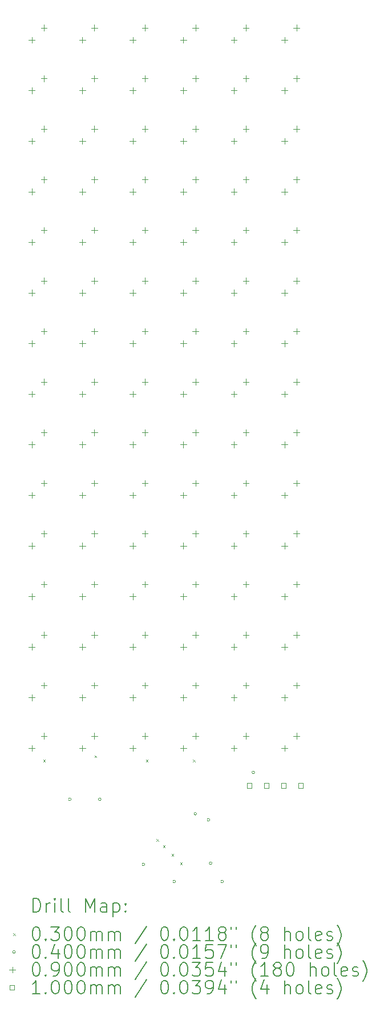
<source format=gbr>
%TF.GenerationSoftware,KiCad,Pcbnew,7.0.6-7.0.6~ubuntu22.04.1*%
%TF.CreationDate,2023-08-02T19:47:26+01:00*%
%TF.ProjectId,working,776f726b-696e-4672-9e6b-696361645f70,rev?*%
%TF.SameCoordinates,Original*%
%TF.FileFunction,Drillmap*%
%TF.FilePolarity,Positive*%
%FSLAX45Y45*%
G04 Gerber Fmt 4.5, Leading zero omitted, Abs format (unit mm)*
G04 Created by KiCad (PCBNEW 7.0.6-7.0.6~ubuntu22.04.1) date 2023-08-02 19:47:26*
%MOMM*%
%LPD*%
G01*
G04 APERTURE LIST*
%ADD10C,0.200000*%
%ADD11C,0.030000*%
%ADD12C,0.040000*%
%ADD13C,0.090000*%
%ADD14C,0.100000*%
G04 APERTURE END LIST*
D10*
D11*
X-1793000Y-5509500D02*
X-1763000Y-5539500D01*
X-1763000Y-5509500D02*
X-1793000Y-5539500D01*
X-1031000Y-5446000D02*
X-1001000Y-5476000D01*
X-1001000Y-5446000D02*
X-1031000Y-5476000D01*
X-269000Y-5509500D02*
X-239000Y-5539500D01*
X-239000Y-5509500D02*
X-269000Y-5539500D01*
X-110539Y-6683961D02*
X-80539Y-6713961D01*
X-80539Y-6683961D02*
X-110539Y-6713961D01*
X-15000Y-6779500D02*
X15000Y-6809500D01*
X15000Y-6779500D02*
X-15000Y-6809500D01*
X112000Y-6906500D02*
X142000Y-6936500D01*
X142000Y-6906500D02*
X112000Y-6936500D01*
X239000Y-7033500D02*
X269000Y-7063500D01*
X269000Y-7033500D02*
X239000Y-7063500D01*
X429500Y-5509500D02*
X459500Y-5539500D01*
X459500Y-5509500D02*
X429500Y-5539500D01*
D12*
X-1377000Y-6096000D02*
G75*
G03*
X-1377000Y-6096000I-20000J0D01*
G01*
X-932500Y-6096000D02*
G75*
G03*
X-932500Y-6096000I-20000J0D01*
G01*
X-284800Y-7061200D02*
G75*
G03*
X-284800Y-7061200I-20000J0D01*
G01*
X172400Y-7315200D02*
G75*
G03*
X172400Y-7315200I-20000J0D01*
G01*
X485000Y-6309500D02*
G75*
G03*
X485000Y-6309500I-20000J0D01*
G01*
X680400Y-6400800D02*
G75*
G03*
X680400Y-6400800I-20000J0D01*
G01*
X712050Y-7042220D02*
G75*
G03*
X712050Y-7042220I-20000J0D01*
G01*
X883600Y-7315200D02*
G75*
G03*
X883600Y-7315200I-20000J0D01*
G01*
X1345812Y-5694612D02*
G75*
G03*
X1345812Y-5694612I-20000J0D01*
G01*
D13*
X-1961600Y5208400D02*
X-1961600Y5118400D01*
X-2006600Y5163400D02*
X-1916600Y5163400D01*
X-1961600Y4458400D02*
X-1961600Y4368400D01*
X-2006600Y4413400D02*
X-1916600Y4413400D01*
X-1961600Y3708400D02*
X-1961600Y3618400D01*
X-2006600Y3663400D02*
X-1916600Y3663400D01*
X-1961600Y2958400D02*
X-1961600Y2868400D01*
X-2006600Y2913400D02*
X-1916600Y2913400D01*
X-1961600Y2208400D02*
X-1961600Y2118400D01*
X-2006600Y2163400D02*
X-1916600Y2163400D01*
X-1961600Y1458400D02*
X-1961600Y1368400D01*
X-2006600Y1413400D02*
X-1916600Y1413400D01*
X-1961600Y708400D02*
X-1961600Y618400D01*
X-2006600Y663400D02*
X-1916600Y663400D01*
X-1961600Y-41600D02*
X-1961600Y-131600D01*
X-2006600Y-86600D02*
X-1916600Y-86600D01*
X-1961600Y-791600D02*
X-1961600Y-881600D01*
X-2006600Y-836600D02*
X-1916600Y-836600D01*
X-1961600Y-1541600D02*
X-1961600Y-1631600D01*
X-2006600Y-1586600D02*
X-1916600Y-1586600D01*
X-1961600Y-2291600D02*
X-1961600Y-2381600D01*
X-2006600Y-2336600D02*
X-1916600Y-2336600D01*
X-1961600Y-3041600D02*
X-1961600Y-3131600D01*
X-2006600Y-3086600D02*
X-1916600Y-3086600D01*
X-1961600Y-3791600D02*
X-1961600Y-3881600D01*
X-2006600Y-3836600D02*
X-1916600Y-3836600D01*
X-1961600Y-4541600D02*
X-1961600Y-4631600D01*
X-2006600Y-4586600D02*
X-1916600Y-4586600D01*
X-1961600Y-5291600D02*
X-1961600Y-5381600D01*
X-2006600Y-5336600D02*
X-1916600Y-5336600D01*
X-1781995Y5388005D02*
X-1781995Y5298005D01*
X-1826995Y5343005D02*
X-1736995Y5343005D01*
X-1781995Y4638005D02*
X-1781995Y4548005D01*
X-1826995Y4593005D02*
X-1736995Y4593005D01*
X-1781995Y3888005D02*
X-1781995Y3798005D01*
X-1826995Y3843005D02*
X-1736995Y3843005D01*
X-1781995Y3138005D02*
X-1781995Y3048005D01*
X-1826995Y3093005D02*
X-1736995Y3093005D01*
X-1781995Y2388005D02*
X-1781995Y2298005D01*
X-1826995Y2343005D02*
X-1736995Y2343005D01*
X-1781995Y1638005D02*
X-1781995Y1548005D01*
X-1826995Y1593005D02*
X-1736995Y1593005D01*
X-1781995Y888005D02*
X-1781995Y798005D01*
X-1826995Y843005D02*
X-1736995Y843005D01*
X-1781995Y138005D02*
X-1781995Y48005D01*
X-1826995Y93005D02*
X-1736995Y93005D01*
X-1781995Y-611995D02*
X-1781995Y-701995D01*
X-1826995Y-656995D02*
X-1736995Y-656995D01*
X-1781995Y-1361995D02*
X-1781995Y-1451995D01*
X-1826995Y-1406995D02*
X-1736995Y-1406995D01*
X-1781995Y-2111995D02*
X-1781995Y-2201995D01*
X-1826995Y-2156995D02*
X-1736995Y-2156995D01*
X-1781995Y-2861995D02*
X-1781995Y-2951995D01*
X-1826995Y-2906995D02*
X-1736995Y-2906995D01*
X-1781995Y-3611995D02*
X-1781995Y-3701995D01*
X-1826995Y-3656995D02*
X-1736995Y-3656995D01*
X-1781995Y-4361995D02*
X-1781995Y-4451995D01*
X-1826995Y-4406995D02*
X-1736995Y-4406995D01*
X-1781995Y-5111995D02*
X-1781995Y-5201995D01*
X-1826995Y-5156995D02*
X-1736995Y-5156995D01*
X-1211600Y5208400D02*
X-1211600Y5118400D01*
X-1256600Y5163400D02*
X-1166600Y5163400D01*
X-1211600Y4458400D02*
X-1211600Y4368400D01*
X-1256600Y4413400D02*
X-1166600Y4413400D01*
X-1211600Y3708400D02*
X-1211600Y3618400D01*
X-1256600Y3663400D02*
X-1166600Y3663400D01*
X-1211600Y2958400D02*
X-1211600Y2868400D01*
X-1256600Y2913400D02*
X-1166600Y2913400D01*
X-1211600Y2208400D02*
X-1211600Y2118400D01*
X-1256600Y2163400D02*
X-1166600Y2163400D01*
X-1211600Y1458400D02*
X-1211600Y1368400D01*
X-1256600Y1413400D02*
X-1166600Y1413400D01*
X-1211600Y708400D02*
X-1211600Y618400D01*
X-1256600Y663400D02*
X-1166600Y663400D01*
X-1211600Y-41600D02*
X-1211600Y-131600D01*
X-1256600Y-86600D02*
X-1166600Y-86600D01*
X-1211600Y-791600D02*
X-1211600Y-881600D01*
X-1256600Y-836600D02*
X-1166600Y-836600D01*
X-1211600Y-1541600D02*
X-1211600Y-1631600D01*
X-1256600Y-1586600D02*
X-1166600Y-1586600D01*
X-1211600Y-2291600D02*
X-1211600Y-2381600D01*
X-1256600Y-2336600D02*
X-1166600Y-2336600D01*
X-1211600Y-3041600D02*
X-1211600Y-3131600D01*
X-1256600Y-3086600D02*
X-1166600Y-3086600D01*
X-1211600Y-3791600D02*
X-1211600Y-3881600D01*
X-1256600Y-3836600D02*
X-1166600Y-3836600D01*
X-1211600Y-4541600D02*
X-1211600Y-4631600D01*
X-1256600Y-4586600D02*
X-1166600Y-4586600D01*
X-1211600Y-5291600D02*
X-1211600Y-5381600D01*
X-1256600Y-5336600D02*
X-1166600Y-5336600D01*
X-1031995Y5388005D02*
X-1031995Y5298005D01*
X-1076995Y5343005D02*
X-986995Y5343005D01*
X-1031995Y4638005D02*
X-1031995Y4548005D01*
X-1076995Y4593005D02*
X-986995Y4593005D01*
X-1031995Y3888005D02*
X-1031995Y3798005D01*
X-1076995Y3843005D02*
X-986995Y3843005D01*
X-1031995Y3138005D02*
X-1031995Y3048005D01*
X-1076995Y3093005D02*
X-986995Y3093005D01*
X-1031995Y2388005D02*
X-1031995Y2298005D01*
X-1076995Y2343005D02*
X-986995Y2343005D01*
X-1031995Y1638005D02*
X-1031995Y1548005D01*
X-1076995Y1593005D02*
X-986995Y1593005D01*
X-1031995Y888005D02*
X-1031995Y798005D01*
X-1076995Y843005D02*
X-986995Y843005D01*
X-1031995Y138005D02*
X-1031995Y48005D01*
X-1076995Y93005D02*
X-986995Y93005D01*
X-1031995Y-611995D02*
X-1031995Y-701995D01*
X-1076995Y-656995D02*
X-986995Y-656995D01*
X-1031995Y-1361995D02*
X-1031995Y-1451995D01*
X-1076995Y-1406995D02*
X-986995Y-1406995D01*
X-1031995Y-2111995D02*
X-1031995Y-2201995D01*
X-1076995Y-2156995D02*
X-986995Y-2156995D01*
X-1031995Y-2861995D02*
X-1031995Y-2951995D01*
X-1076995Y-2906995D02*
X-986995Y-2906995D01*
X-1031995Y-3611995D02*
X-1031995Y-3701995D01*
X-1076995Y-3656995D02*
X-986995Y-3656995D01*
X-1031995Y-4361995D02*
X-1031995Y-4451995D01*
X-1076995Y-4406995D02*
X-986995Y-4406995D01*
X-1031995Y-5111995D02*
X-1031995Y-5201995D01*
X-1076995Y-5156995D02*
X-986995Y-5156995D01*
X-461600Y5208400D02*
X-461600Y5118400D01*
X-506600Y5163400D02*
X-416600Y5163400D01*
X-461600Y4458400D02*
X-461600Y4368400D01*
X-506600Y4413400D02*
X-416600Y4413400D01*
X-461600Y3708400D02*
X-461600Y3618400D01*
X-506600Y3663400D02*
X-416600Y3663400D01*
X-461600Y2958400D02*
X-461600Y2868400D01*
X-506600Y2913400D02*
X-416600Y2913400D01*
X-461600Y2208400D02*
X-461600Y2118400D01*
X-506600Y2163400D02*
X-416600Y2163400D01*
X-461600Y1458400D02*
X-461600Y1368400D01*
X-506600Y1413400D02*
X-416600Y1413400D01*
X-461600Y708400D02*
X-461600Y618400D01*
X-506600Y663400D02*
X-416600Y663400D01*
X-461600Y-41600D02*
X-461600Y-131600D01*
X-506600Y-86600D02*
X-416600Y-86600D01*
X-461600Y-791600D02*
X-461600Y-881600D01*
X-506600Y-836600D02*
X-416600Y-836600D01*
X-461600Y-1541600D02*
X-461600Y-1631600D01*
X-506600Y-1586600D02*
X-416600Y-1586600D01*
X-461600Y-2291600D02*
X-461600Y-2381600D01*
X-506600Y-2336600D02*
X-416600Y-2336600D01*
X-461600Y-3041600D02*
X-461600Y-3131600D01*
X-506600Y-3086600D02*
X-416600Y-3086600D01*
X-461600Y-3791600D02*
X-461600Y-3881600D01*
X-506600Y-3836600D02*
X-416600Y-3836600D01*
X-461600Y-4541600D02*
X-461600Y-4631600D01*
X-506600Y-4586600D02*
X-416600Y-4586600D01*
X-461600Y-5291600D02*
X-461600Y-5381600D01*
X-506600Y-5336600D02*
X-416600Y-5336600D01*
X-281995Y5388005D02*
X-281995Y5298005D01*
X-326995Y5343005D02*
X-236995Y5343005D01*
X-281995Y4638005D02*
X-281995Y4548005D01*
X-326995Y4593005D02*
X-236995Y4593005D01*
X-281995Y3888005D02*
X-281995Y3798005D01*
X-326995Y3843005D02*
X-236995Y3843005D01*
X-281995Y3138005D02*
X-281995Y3048005D01*
X-326995Y3093005D02*
X-236995Y3093005D01*
X-281995Y2388005D02*
X-281995Y2298005D01*
X-326995Y2343005D02*
X-236995Y2343005D01*
X-281995Y1638005D02*
X-281995Y1548005D01*
X-326995Y1593005D02*
X-236995Y1593005D01*
X-281995Y888005D02*
X-281995Y798005D01*
X-326995Y843005D02*
X-236995Y843005D01*
X-281995Y138005D02*
X-281995Y48005D01*
X-326995Y93005D02*
X-236995Y93005D01*
X-281995Y-611995D02*
X-281995Y-701995D01*
X-326995Y-656995D02*
X-236995Y-656995D01*
X-281995Y-1361995D02*
X-281995Y-1451995D01*
X-326995Y-1406995D02*
X-236995Y-1406995D01*
X-281995Y-2111995D02*
X-281995Y-2201995D01*
X-326995Y-2156995D02*
X-236995Y-2156995D01*
X-281995Y-2861995D02*
X-281995Y-2951995D01*
X-326995Y-2906995D02*
X-236995Y-2906995D01*
X-281995Y-3611995D02*
X-281995Y-3701995D01*
X-326995Y-3656995D02*
X-236995Y-3656995D01*
X-281995Y-4361995D02*
X-281995Y-4451995D01*
X-326995Y-4406995D02*
X-236995Y-4406995D01*
X-281995Y-5111995D02*
X-281995Y-5201995D01*
X-326995Y-5156995D02*
X-236995Y-5156995D01*
X288400Y5208400D02*
X288400Y5118400D01*
X243400Y5163400D02*
X333400Y5163400D01*
X288400Y4458400D02*
X288400Y4368400D01*
X243400Y4413400D02*
X333400Y4413400D01*
X288400Y3708400D02*
X288400Y3618400D01*
X243400Y3663400D02*
X333400Y3663400D01*
X288400Y2958400D02*
X288400Y2868400D01*
X243400Y2913400D02*
X333400Y2913400D01*
X288400Y2208400D02*
X288400Y2118400D01*
X243400Y2163400D02*
X333400Y2163400D01*
X288400Y1458400D02*
X288400Y1368400D01*
X243400Y1413400D02*
X333400Y1413400D01*
X288400Y708400D02*
X288400Y618400D01*
X243400Y663400D02*
X333400Y663400D01*
X288400Y-41600D02*
X288400Y-131600D01*
X243400Y-86600D02*
X333400Y-86600D01*
X288400Y-791600D02*
X288400Y-881600D01*
X243400Y-836600D02*
X333400Y-836600D01*
X288400Y-1541600D02*
X288400Y-1631600D01*
X243400Y-1586600D02*
X333400Y-1586600D01*
X288400Y-2291600D02*
X288400Y-2381600D01*
X243400Y-2336600D02*
X333400Y-2336600D01*
X288400Y-3041600D02*
X288400Y-3131600D01*
X243400Y-3086600D02*
X333400Y-3086600D01*
X288400Y-3791600D02*
X288400Y-3881600D01*
X243400Y-3836600D02*
X333400Y-3836600D01*
X288400Y-4541600D02*
X288400Y-4631600D01*
X243400Y-4586600D02*
X333400Y-4586600D01*
X288400Y-5291600D02*
X288400Y-5381600D01*
X243400Y-5336600D02*
X333400Y-5336600D01*
X468005Y5388005D02*
X468005Y5298005D01*
X423005Y5343005D02*
X513005Y5343005D01*
X468005Y4638005D02*
X468005Y4548005D01*
X423005Y4593005D02*
X513005Y4593005D01*
X468005Y3888005D02*
X468005Y3798005D01*
X423005Y3843005D02*
X513005Y3843005D01*
X468005Y3138005D02*
X468005Y3048005D01*
X423005Y3093005D02*
X513005Y3093005D01*
X468005Y2388005D02*
X468005Y2298005D01*
X423005Y2343005D02*
X513005Y2343005D01*
X468005Y1638005D02*
X468005Y1548005D01*
X423005Y1593005D02*
X513005Y1593005D01*
X468005Y888005D02*
X468005Y798005D01*
X423005Y843005D02*
X513005Y843005D01*
X468005Y138005D02*
X468005Y48005D01*
X423005Y93005D02*
X513005Y93005D01*
X468005Y-611995D02*
X468005Y-701995D01*
X423005Y-656995D02*
X513005Y-656995D01*
X468005Y-1361995D02*
X468005Y-1451995D01*
X423005Y-1406995D02*
X513005Y-1406995D01*
X468005Y-2111995D02*
X468005Y-2201995D01*
X423005Y-2156995D02*
X513005Y-2156995D01*
X468005Y-2861995D02*
X468005Y-2951995D01*
X423005Y-2906995D02*
X513005Y-2906995D01*
X468005Y-3611995D02*
X468005Y-3701995D01*
X423005Y-3656995D02*
X513005Y-3656995D01*
X468005Y-4361995D02*
X468005Y-4451995D01*
X423005Y-4406995D02*
X513005Y-4406995D01*
X468005Y-5111995D02*
X468005Y-5201995D01*
X423005Y-5156995D02*
X513005Y-5156995D01*
X1038400Y5208400D02*
X1038400Y5118400D01*
X993400Y5163400D02*
X1083400Y5163400D01*
X1038400Y4458400D02*
X1038400Y4368400D01*
X993400Y4413400D02*
X1083400Y4413400D01*
X1038400Y3708400D02*
X1038400Y3618400D01*
X993400Y3663400D02*
X1083400Y3663400D01*
X1038400Y2958400D02*
X1038400Y2868400D01*
X993400Y2913400D02*
X1083400Y2913400D01*
X1038400Y2208400D02*
X1038400Y2118400D01*
X993400Y2163400D02*
X1083400Y2163400D01*
X1038400Y1458400D02*
X1038400Y1368400D01*
X993400Y1413400D02*
X1083400Y1413400D01*
X1038400Y708400D02*
X1038400Y618400D01*
X993400Y663400D02*
X1083400Y663400D01*
X1038400Y-41600D02*
X1038400Y-131600D01*
X993400Y-86600D02*
X1083400Y-86600D01*
X1038400Y-791600D02*
X1038400Y-881600D01*
X993400Y-836600D02*
X1083400Y-836600D01*
X1038400Y-1541600D02*
X1038400Y-1631600D01*
X993400Y-1586600D02*
X1083400Y-1586600D01*
X1038400Y-2291600D02*
X1038400Y-2381600D01*
X993400Y-2336600D02*
X1083400Y-2336600D01*
X1038400Y-3041600D02*
X1038400Y-3131600D01*
X993400Y-3086600D02*
X1083400Y-3086600D01*
X1038400Y-3791600D02*
X1038400Y-3881600D01*
X993400Y-3836600D02*
X1083400Y-3836600D01*
X1038400Y-4541600D02*
X1038400Y-4631600D01*
X993400Y-4586600D02*
X1083400Y-4586600D01*
X1038400Y-5291600D02*
X1038400Y-5381600D01*
X993400Y-5336600D02*
X1083400Y-5336600D01*
X1218005Y5388005D02*
X1218005Y5298005D01*
X1173005Y5343005D02*
X1263005Y5343005D01*
X1218005Y4638005D02*
X1218005Y4548005D01*
X1173005Y4593005D02*
X1263005Y4593005D01*
X1218005Y3888005D02*
X1218005Y3798005D01*
X1173005Y3843005D02*
X1263005Y3843005D01*
X1218005Y3138005D02*
X1218005Y3048005D01*
X1173005Y3093005D02*
X1263005Y3093005D01*
X1218005Y2388005D02*
X1218005Y2298005D01*
X1173005Y2343005D02*
X1263005Y2343005D01*
X1218005Y1638005D02*
X1218005Y1548005D01*
X1173005Y1593005D02*
X1263005Y1593005D01*
X1218005Y888005D02*
X1218005Y798005D01*
X1173005Y843005D02*
X1263005Y843005D01*
X1218005Y138005D02*
X1218005Y48005D01*
X1173005Y93005D02*
X1263005Y93005D01*
X1218005Y-611995D02*
X1218005Y-701995D01*
X1173005Y-656995D02*
X1263005Y-656995D01*
X1218005Y-1361995D02*
X1218005Y-1451995D01*
X1173005Y-1406995D02*
X1263005Y-1406995D01*
X1218005Y-2111995D02*
X1218005Y-2201995D01*
X1173005Y-2156995D02*
X1263005Y-2156995D01*
X1218005Y-2861995D02*
X1218005Y-2951995D01*
X1173005Y-2906995D02*
X1263005Y-2906995D01*
X1218005Y-3611995D02*
X1218005Y-3701995D01*
X1173005Y-3656995D02*
X1263005Y-3656995D01*
X1218005Y-4361995D02*
X1218005Y-4451995D01*
X1173005Y-4406995D02*
X1263005Y-4406995D01*
X1218005Y-5111995D02*
X1218005Y-5201995D01*
X1173005Y-5156995D02*
X1263005Y-5156995D01*
X1788400Y5208400D02*
X1788400Y5118400D01*
X1743400Y5163400D02*
X1833400Y5163400D01*
X1788400Y4458400D02*
X1788400Y4368400D01*
X1743400Y4413400D02*
X1833400Y4413400D01*
X1788400Y3708400D02*
X1788400Y3618400D01*
X1743400Y3663400D02*
X1833400Y3663400D01*
X1788400Y2958400D02*
X1788400Y2868400D01*
X1743400Y2913400D02*
X1833400Y2913400D01*
X1788400Y2208400D02*
X1788400Y2118400D01*
X1743400Y2163400D02*
X1833400Y2163400D01*
X1788400Y1458400D02*
X1788400Y1368400D01*
X1743400Y1413400D02*
X1833400Y1413400D01*
X1788400Y708400D02*
X1788400Y618400D01*
X1743400Y663400D02*
X1833400Y663400D01*
X1788400Y-41600D02*
X1788400Y-131600D01*
X1743400Y-86600D02*
X1833400Y-86600D01*
X1788400Y-791600D02*
X1788400Y-881600D01*
X1743400Y-836600D02*
X1833400Y-836600D01*
X1788400Y-1541600D02*
X1788400Y-1631600D01*
X1743400Y-1586600D02*
X1833400Y-1586600D01*
X1788400Y-2291600D02*
X1788400Y-2381600D01*
X1743400Y-2336600D02*
X1833400Y-2336600D01*
X1788400Y-3041600D02*
X1788400Y-3131600D01*
X1743400Y-3086600D02*
X1833400Y-3086600D01*
X1788400Y-3791600D02*
X1788400Y-3881600D01*
X1743400Y-3836600D02*
X1833400Y-3836600D01*
X1788400Y-4541600D02*
X1788400Y-4631600D01*
X1743400Y-4586600D02*
X1833400Y-4586600D01*
X1788400Y-5291600D02*
X1788400Y-5381600D01*
X1743400Y-5336600D02*
X1833400Y-5336600D01*
X1968005Y5388005D02*
X1968005Y5298005D01*
X1923005Y5343005D02*
X2013005Y5343005D01*
X1968005Y4638005D02*
X1968005Y4548005D01*
X1923005Y4593005D02*
X2013005Y4593005D01*
X1968005Y3888005D02*
X1968005Y3798005D01*
X1923005Y3843005D02*
X2013005Y3843005D01*
X1968005Y3138005D02*
X1968005Y3048005D01*
X1923005Y3093005D02*
X2013005Y3093005D01*
X1968005Y2388005D02*
X1968005Y2298005D01*
X1923005Y2343005D02*
X2013005Y2343005D01*
X1968005Y1638005D02*
X1968005Y1548005D01*
X1923005Y1593005D02*
X2013005Y1593005D01*
X1968005Y888005D02*
X1968005Y798005D01*
X1923005Y843005D02*
X2013005Y843005D01*
X1968005Y138005D02*
X1968005Y48005D01*
X1923005Y93005D02*
X2013005Y93005D01*
X1968005Y-611995D02*
X1968005Y-701995D01*
X1923005Y-656995D02*
X2013005Y-656995D01*
X1968005Y-1361995D02*
X1968005Y-1451995D01*
X1923005Y-1406995D02*
X2013005Y-1406995D01*
X1968005Y-2111995D02*
X1968005Y-2201995D01*
X1923005Y-2156995D02*
X2013005Y-2156995D01*
X1968005Y-2861995D02*
X1968005Y-2951995D01*
X1923005Y-2906995D02*
X2013005Y-2906995D01*
X1968005Y-3611995D02*
X1968005Y-3701995D01*
X1923005Y-3656995D02*
X2013005Y-3656995D01*
X1968005Y-4361995D02*
X1968005Y-4451995D01*
X1923005Y-4406995D02*
X2013005Y-4406995D01*
X1968005Y-5111995D02*
X1968005Y-5201995D01*
X1923005Y-5156995D02*
X2013005Y-5156995D01*
D14*
X1305356Y-5928156D02*
X1305356Y-5857444D01*
X1234644Y-5857444D01*
X1234644Y-5928156D01*
X1305356Y-5928156D01*
X1559356Y-5928156D02*
X1559356Y-5857444D01*
X1488644Y-5857444D01*
X1488644Y-5928156D01*
X1559356Y-5928156D01*
X1813356Y-5928156D02*
X1813356Y-5857444D01*
X1742644Y-5857444D01*
X1742644Y-5928156D01*
X1813356Y-5928156D01*
X2067356Y-5928156D02*
X2067356Y-5857444D01*
X1996644Y-5857444D01*
X1996644Y-5928156D01*
X2067356Y-5928156D01*
D10*
X-1944223Y-7766484D02*
X-1944223Y-7566484D01*
X-1944223Y-7566484D02*
X-1896604Y-7566484D01*
X-1896604Y-7566484D02*
X-1868033Y-7576008D01*
X-1868033Y-7576008D02*
X-1848985Y-7595055D01*
X-1848985Y-7595055D02*
X-1839461Y-7614103D01*
X-1839461Y-7614103D02*
X-1829937Y-7652198D01*
X-1829937Y-7652198D02*
X-1829937Y-7680769D01*
X-1829937Y-7680769D02*
X-1839461Y-7718865D01*
X-1839461Y-7718865D02*
X-1848985Y-7737912D01*
X-1848985Y-7737912D02*
X-1868033Y-7756960D01*
X-1868033Y-7756960D02*
X-1896604Y-7766484D01*
X-1896604Y-7766484D02*
X-1944223Y-7766484D01*
X-1744223Y-7766484D02*
X-1744223Y-7633150D01*
X-1744223Y-7671246D02*
X-1734699Y-7652198D01*
X-1734699Y-7652198D02*
X-1725175Y-7642674D01*
X-1725175Y-7642674D02*
X-1706128Y-7633150D01*
X-1706128Y-7633150D02*
X-1687080Y-7633150D01*
X-1620414Y-7766484D02*
X-1620414Y-7633150D01*
X-1620414Y-7566484D02*
X-1629937Y-7576008D01*
X-1629937Y-7576008D02*
X-1620414Y-7585531D01*
X-1620414Y-7585531D02*
X-1610890Y-7576008D01*
X-1610890Y-7576008D02*
X-1620414Y-7566484D01*
X-1620414Y-7566484D02*
X-1620414Y-7585531D01*
X-1496604Y-7766484D02*
X-1515652Y-7756960D01*
X-1515652Y-7756960D02*
X-1525175Y-7737912D01*
X-1525175Y-7737912D02*
X-1525175Y-7566484D01*
X-1391842Y-7766484D02*
X-1410890Y-7756960D01*
X-1410890Y-7756960D02*
X-1420414Y-7737912D01*
X-1420414Y-7737912D02*
X-1420414Y-7566484D01*
X-1163271Y-7766484D02*
X-1163271Y-7566484D01*
X-1163271Y-7566484D02*
X-1096604Y-7709341D01*
X-1096604Y-7709341D02*
X-1029937Y-7566484D01*
X-1029937Y-7566484D02*
X-1029937Y-7766484D01*
X-848985Y-7766484D02*
X-848985Y-7661722D01*
X-848985Y-7661722D02*
X-858509Y-7642674D01*
X-858509Y-7642674D02*
X-877556Y-7633150D01*
X-877556Y-7633150D02*
X-915652Y-7633150D01*
X-915652Y-7633150D02*
X-934699Y-7642674D01*
X-848985Y-7756960D02*
X-868033Y-7766484D01*
X-868033Y-7766484D02*
X-915652Y-7766484D01*
X-915652Y-7766484D02*
X-934699Y-7756960D01*
X-934699Y-7756960D02*
X-944223Y-7737912D01*
X-944223Y-7737912D02*
X-944223Y-7718865D01*
X-944223Y-7718865D02*
X-934699Y-7699817D01*
X-934699Y-7699817D02*
X-915652Y-7690293D01*
X-915652Y-7690293D02*
X-868033Y-7690293D01*
X-868033Y-7690293D02*
X-848985Y-7680769D01*
X-753747Y-7633150D02*
X-753747Y-7833150D01*
X-753747Y-7642674D02*
X-734699Y-7633150D01*
X-734699Y-7633150D02*
X-696604Y-7633150D01*
X-696604Y-7633150D02*
X-677556Y-7642674D01*
X-677556Y-7642674D02*
X-668033Y-7652198D01*
X-668033Y-7652198D02*
X-658509Y-7671246D01*
X-658509Y-7671246D02*
X-658509Y-7728388D01*
X-658509Y-7728388D02*
X-668033Y-7747436D01*
X-668033Y-7747436D02*
X-677556Y-7756960D01*
X-677556Y-7756960D02*
X-696604Y-7766484D01*
X-696604Y-7766484D02*
X-734699Y-7766484D01*
X-734699Y-7766484D02*
X-753747Y-7756960D01*
X-572795Y-7747436D02*
X-563271Y-7756960D01*
X-563271Y-7756960D02*
X-572795Y-7766484D01*
X-572795Y-7766484D02*
X-582318Y-7756960D01*
X-582318Y-7756960D02*
X-572795Y-7747436D01*
X-572795Y-7747436D02*
X-572795Y-7766484D01*
X-572795Y-7642674D02*
X-563271Y-7652198D01*
X-563271Y-7652198D02*
X-572795Y-7661722D01*
X-572795Y-7661722D02*
X-582318Y-7652198D01*
X-582318Y-7652198D02*
X-572795Y-7642674D01*
X-572795Y-7642674D02*
X-572795Y-7661722D01*
D11*
X-2235000Y-8080000D02*
X-2205000Y-8110000D01*
X-2205000Y-8080000D02*
X-2235000Y-8110000D01*
D10*
X-1906128Y-7986484D02*
X-1887080Y-7986484D01*
X-1887080Y-7986484D02*
X-1868033Y-7996008D01*
X-1868033Y-7996008D02*
X-1858509Y-8005531D01*
X-1858509Y-8005531D02*
X-1848985Y-8024579D01*
X-1848985Y-8024579D02*
X-1839461Y-8062674D01*
X-1839461Y-8062674D02*
X-1839461Y-8110293D01*
X-1839461Y-8110293D02*
X-1848985Y-8148388D01*
X-1848985Y-8148388D02*
X-1858509Y-8167436D01*
X-1858509Y-8167436D02*
X-1868033Y-8176960D01*
X-1868033Y-8176960D02*
X-1887080Y-8186484D01*
X-1887080Y-8186484D02*
X-1906128Y-8186484D01*
X-1906128Y-8186484D02*
X-1925175Y-8176960D01*
X-1925175Y-8176960D02*
X-1934699Y-8167436D01*
X-1934699Y-8167436D02*
X-1944223Y-8148388D01*
X-1944223Y-8148388D02*
X-1953747Y-8110293D01*
X-1953747Y-8110293D02*
X-1953747Y-8062674D01*
X-1953747Y-8062674D02*
X-1944223Y-8024579D01*
X-1944223Y-8024579D02*
X-1934699Y-8005531D01*
X-1934699Y-8005531D02*
X-1925175Y-7996008D01*
X-1925175Y-7996008D02*
X-1906128Y-7986484D01*
X-1753747Y-8167436D02*
X-1744223Y-8176960D01*
X-1744223Y-8176960D02*
X-1753747Y-8186484D01*
X-1753747Y-8186484D02*
X-1763271Y-8176960D01*
X-1763271Y-8176960D02*
X-1753747Y-8167436D01*
X-1753747Y-8167436D02*
X-1753747Y-8186484D01*
X-1677556Y-7986484D02*
X-1553747Y-7986484D01*
X-1553747Y-7986484D02*
X-1620414Y-8062674D01*
X-1620414Y-8062674D02*
X-1591842Y-8062674D01*
X-1591842Y-8062674D02*
X-1572794Y-8072198D01*
X-1572794Y-8072198D02*
X-1563271Y-8081722D01*
X-1563271Y-8081722D02*
X-1553747Y-8100769D01*
X-1553747Y-8100769D02*
X-1553747Y-8148388D01*
X-1553747Y-8148388D02*
X-1563271Y-8167436D01*
X-1563271Y-8167436D02*
X-1572794Y-8176960D01*
X-1572794Y-8176960D02*
X-1591842Y-8186484D01*
X-1591842Y-8186484D02*
X-1648985Y-8186484D01*
X-1648985Y-8186484D02*
X-1668033Y-8176960D01*
X-1668033Y-8176960D02*
X-1677556Y-8167436D01*
X-1429937Y-7986484D02*
X-1410890Y-7986484D01*
X-1410890Y-7986484D02*
X-1391842Y-7996008D01*
X-1391842Y-7996008D02*
X-1382318Y-8005531D01*
X-1382318Y-8005531D02*
X-1372795Y-8024579D01*
X-1372795Y-8024579D02*
X-1363271Y-8062674D01*
X-1363271Y-8062674D02*
X-1363271Y-8110293D01*
X-1363271Y-8110293D02*
X-1372795Y-8148388D01*
X-1372795Y-8148388D02*
X-1382318Y-8167436D01*
X-1382318Y-8167436D02*
X-1391842Y-8176960D01*
X-1391842Y-8176960D02*
X-1410890Y-8186484D01*
X-1410890Y-8186484D02*
X-1429937Y-8186484D01*
X-1429937Y-8186484D02*
X-1448985Y-8176960D01*
X-1448985Y-8176960D02*
X-1458509Y-8167436D01*
X-1458509Y-8167436D02*
X-1468033Y-8148388D01*
X-1468033Y-8148388D02*
X-1477556Y-8110293D01*
X-1477556Y-8110293D02*
X-1477556Y-8062674D01*
X-1477556Y-8062674D02*
X-1468033Y-8024579D01*
X-1468033Y-8024579D02*
X-1458509Y-8005531D01*
X-1458509Y-8005531D02*
X-1448985Y-7996008D01*
X-1448985Y-7996008D02*
X-1429937Y-7986484D01*
X-1239461Y-7986484D02*
X-1220414Y-7986484D01*
X-1220414Y-7986484D02*
X-1201366Y-7996008D01*
X-1201366Y-7996008D02*
X-1191842Y-8005531D01*
X-1191842Y-8005531D02*
X-1182318Y-8024579D01*
X-1182318Y-8024579D02*
X-1172795Y-8062674D01*
X-1172795Y-8062674D02*
X-1172795Y-8110293D01*
X-1172795Y-8110293D02*
X-1182318Y-8148388D01*
X-1182318Y-8148388D02*
X-1191842Y-8167436D01*
X-1191842Y-8167436D02*
X-1201366Y-8176960D01*
X-1201366Y-8176960D02*
X-1220414Y-8186484D01*
X-1220414Y-8186484D02*
X-1239461Y-8186484D01*
X-1239461Y-8186484D02*
X-1258509Y-8176960D01*
X-1258509Y-8176960D02*
X-1268033Y-8167436D01*
X-1268033Y-8167436D02*
X-1277556Y-8148388D01*
X-1277556Y-8148388D02*
X-1287080Y-8110293D01*
X-1287080Y-8110293D02*
X-1287080Y-8062674D01*
X-1287080Y-8062674D02*
X-1277556Y-8024579D01*
X-1277556Y-8024579D02*
X-1268033Y-8005531D01*
X-1268033Y-8005531D02*
X-1258509Y-7996008D01*
X-1258509Y-7996008D02*
X-1239461Y-7986484D01*
X-1087080Y-8186484D02*
X-1087080Y-8053150D01*
X-1087080Y-8072198D02*
X-1077556Y-8062674D01*
X-1077556Y-8062674D02*
X-1058509Y-8053150D01*
X-1058509Y-8053150D02*
X-1029937Y-8053150D01*
X-1029937Y-8053150D02*
X-1010890Y-8062674D01*
X-1010890Y-8062674D02*
X-1001366Y-8081722D01*
X-1001366Y-8081722D02*
X-1001366Y-8186484D01*
X-1001366Y-8081722D02*
X-991842Y-8062674D01*
X-991842Y-8062674D02*
X-972794Y-8053150D01*
X-972794Y-8053150D02*
X-944223Y-8053150D01*
X-944223Y-8053150D02*
X-925175Y-8062674D01*
X-925175Y-8062674D02*
X-915652Y-8081722D01*
X-915652Y-8081722D02*
X-915652Y-8186484D01*
X-820413Y-8186484D02*
X-820413Y-8053150D01*
X-820413Y-8072198D02*
X-810890Y-8062674D01*
X-810890Y-8062674D02*
X-791842Y-8053150D01*
X-791842Y-8053150D02*
X-763271Y-8053150D01*
X-763271Y-8053150D02*
X-744223Y-8062674D01*
X-744223Y-8062674D02*
X-734699Y-8081722D01*
X-734699Y-8081722D02*
X-734699Y-8186484D01*
X-734699Y-8081722D02*
X-725175Y-8062674D01*
X-725175Y-8062674D02*
X-706128Y-8053150D01*
X-706128Y-8053150D02*
X-677556Y-8053150D01*
X-677556Y-8053150D02*
X-658509Y-8062674D01*
X-658509Y-8062674D02*
X-648985Y-8081722D01*
X-648985Y-8081722D02*
X-648985Y-8186484D01*
X-258509Y-7976960D02*
X-429937Y-8234103D01*
X-1366Y-7986484D02*
X17682Y-7986484D01*
X17682Y-7986484D02*
X36729Y-7996008D01*
X36729Y-7996008D02*
X46253Y-8005531D01*
X46253Y-8005531D02*
X55777Y-8024579D01*
X55777Y-8024579D02*
X65301Y-8062674D01*
X65301Y-8062674D02*
X65301Y-8110293D01*
X65301Y-8110293D02*
X55777Y-8148388D01*
X55777Y-8148388D02*
X46253Y-8167436D01*
X46253Y-8167436D02*
X36729Y-8176960D01*
X36729Y-8176960D02*
X17682Y-8186484D01*
X17682Y-8186484D02*
X-1366Y-8186484D01*
X-1366Y-8186484D02*
X-20413Y-8176960D01*
X-20413Y-8176960D02*
X-29937Y-8167436D01*
X-29937Y-8167436D02*
X-39461Y-8148388D01*
X-39461Y-8148388D02*
X-48985Y-8110293D01*
X-48985Y-8110293D02*
X-48985Y-8062674D01*
X-48985Y-8062674D02*
X-39461Y-8024579D01*
X-39461Y-8024579D02*
X-29937Y-8005531D01*
X-29937Y-8005531D02*
X-20413Y-7996008D01*
X-20413Y-7996008D02*
X-1366Y-7986484D01*
X151015Y-8167436D02*
X160539Y-8176960D01*
X160539Y-8176960D02*
X151015Y-8186484D01*
X151015Y-8186484D02*
X141491Y-8176960D01*
X141491Y-8176960D02*
X151015Y-8167436D01*
X151015Y-8167436D02*
X151015Y-8186484D01*
X284348Y-7986484D02*
X303396Y-7986484D01*
X303396Y-7986484D02*
X322444Y-7996008D01*
X322444Y-7996008D02*
X331968Y-8005531D01*
X331968Y-8005531D02*
X341491Y-8024579D01*
X341491Y-8024579D02*
X351015Y-8062674D01*
X351015Y-8062674D02*
X351015Y-8110293D01*
X351015Y-8110293D02*
X341491Y-8148388D01*
X341491Y-8148388D02*
X331968Y-8167436D01*
X331968Y-8167436D02*
X322444Y-8176960D01*
X322444Y-8176960D02*
X303396Y-8186484D01*
X303396Y-8186484D02*
X284348Y-8186484D01*
X284348Y-8186484D02*
X265301Y-8176960D01*
X265301Y-8176960D02*
X255777Y-8167436D01*
X255777Y-8167436D02*
X246253Y-8148388D01*
X246253Y-8148388D02*
X236729Y-8110293D01*
X236729Y-8110293D02*
X236729Y-8062674D01*
X236729Y-8062674D02*
X246253Y-8024579D01*
X246253Y-8024579D02*
X255777Y-8005531D01*
X255777Y-8005531D02*
X265301Y-7996008D01*
X265301Y-7996008D02*
X284348Y-7986484D01*
X541491Y-8186484D02*
X427206Y-8186484D01*
X484348Y-8186484D02*
X484348Y-7986484D01*
X484348Y-7986484D02*
X465301Y-8015055D01*
X465301Y-8015055D02*
X446253Y-8034103D01*
X446253Y-8034103D02*
X427206Y-8043627D01*
X731967Y-8186484D02*
X617682Y-8186484D01*
X674825Y-8186484D02*
X674825Y-7986484D01*
X674825Y-7986484D02*
X655777Y-8015055D01*
X655777Y-8015055D02*
X636729Y-8034103D01*
X636729Y-8034103D02*
X617682Y-8043627D01*
X846253Y-8072198D02*
X827206Y-8062674D01*
X827206Y-8062674D02*
X817682Y-8053150D01*
X817682Y-8053150D02*
X808158Y-8034103D01*
X808158Y-8034103D02*
X808158Y-8024579D01*
X808158Y-8024579D02*
X817682Y-8005531D01*
X817682Y-8005531D02*
X827206Y-7996008D01*
X827206Y-7996008D02*
X846253Y-7986484D01*
X846253Y-7986484D02*
X884348Y-7986484D01*
X884348Y-7986484D02*
X903396Y-7996008D01*
X903396Y-7996008D02*
X912920Y-8005531D01*
X912920Y-8005531D02*
X922444Y-8024579D01*
X922444Y-8024579D02*
X922444Y-8034103D01*
X922444Y-8034103D02*
X912920Y-8053150D01*
X912920Y-8053150D02*
X903396Y-8062674D01*
X903396Y-8062674D02*
X884348Y-8072198D01*
X884348Y-8072198D02*
X846253Y-8072198D01*
X846253Y-8072198D02*
X827206Y-8081722D01*
X827206Y-8081722D02*
X817682Y-8091246D01*
X817682Y-8091246D02*
X808158Y-8110293D01*
X808158Y-8110293D02*
X808158Y-8148388D01*
X808158Y-8148388D02*
X817682Y-8167436D01*
X817682Y-8167436D02*
X827206Y-8176960D01*
X827206Y-8176960D02*
X846253Y-8186484D01*
X846253Y-8186484D02*
X884348Y-8186484D01*
X884348Y-8186484D02*
X903396Y-8176960D01*
X903396Y-8176960D02*
X912920Y-8167436D01*
X912920Y-8167436D02*
X922444Y-8148388D01*
X922444Y-8148388D02*
X922444Y-8110293D01*
X922444Y-8110293D02*
X912920Y-8091246D01*
X912920Y-8091246D02*
X903396Y-8081722D01*
X903396Y-8081722D02*
X884348Y-8072198D01*
X998634Y-7986484D02*
X998634Y-8024579D01*
X1074825Y-7986484D02*
X1074825Y-8024579D01*
X1370063Y-8262674D02*
X1360539Y-8253150D01*
X1360539Y-8253150D02*
X1341491Y-8224579D01*
X1341491Y-8224579D02*
X1331968Y-8205531D01*
X1331968Y-8205531D02*
X1322444Y-8176960D01*
X1322444Y-8176960D02*
X1312920Y-8129341D01*
X1312920Y-8129341D02*
X1312920Y-8091246D01*
X1312920Y-8091246D02*
X1322444Y-8043627D01*
X1322444Y-8043627D02*
X1331968Y-8015055D01*
X1331968Y-8015055D02*
X1341491Y-7996008D01*
X1341491Y-7996008D02*
X1360539Y-7967436D01*
X1360539Y-7967436D02*
X1370063Y-7957912D01*
X1474825Y-8072198D02*
X1455777Y-8062674D01*
X1455777Y-8062674D02*
X1446253Y-8053150D01*
X1446253Y-8053150D02*
X1436729Y-8034103D01*
X1436729Y-8034103D02*
X1436729Y-8024579D01*
X1436729Y-8024579D02*
X1446253Y-8005531D01*
X1446253Y-8005531D02*
X1455777Y-7996008D01*
X1455777Y-7996008D02*
X1474825Y-7986484D01*
X1474825Y-7986484D02*
X1512920Y-7986484D01*
X1512920Y-7986484D02*
X1531968Y-7996008D01*
X1531968Y-7996008D02*
X1541491Y-8005531D01*
X1541491Y-8005531D02*
X1551015Y-8024579D01*
X1551015Y-8024579D02*
X1551015Y-8034103D01*
X1551015Y-8034103D02*
X1541491Y-8053150D01*
X1541491Y-8053150D02*
X1531968Y-8062674D01*
X1531968Y-8062674D02*
X1512920Y-8072198D01*
X1512920Y-8072198D02*
X1474825Y-8072198D01*
X1474825Y-8072198D02*
X1455777Y-8081722D01*
X1455777Y-8081722D02*
X1446253Y-8091246D01*
X1446253Y-8091246D02*
X1436729Y-8110293D01*
X1436729Y-8110293D02*
X1436729Y-8148388D01*
X1436729Y-8148388D02*
X1446253Y-8167436D01*
X1446253Y-8167436D02*
X1455777Y-8176960D01*
X1455777Y-8176960D02*
X1474825Y-8186484D01*
X1474825Y-8186484D02*
X1512920Y-8186484D01*
X1512920Y-8186484D02*
X1531968Y-8176960D01*
X1531968Y-8176960D02*
X1541491Y-8167436D01*
X1541491Y-8167436D02*
X1551015Y-8148388D01*
X1551015Y-8148388D02*
X1551015Y-8110293D01*
X1551015Y-8110293D02*
X1541491Y-8091246D01*
X1541491Y-8091246D02*
X1531968Y-8081722D01*
X1531968Y-8081722D02*
X1512920Y-8072198D01*
X1789110Y-8186484D02*
X1789110Y-7986484D01*
X1874825Y-8186484D02*
X1874825Y-8081722D01*
X1874825Y-8081722D02*
X1865301Y-8062674D01*
X1865301Y-8062674D02*
X1846253Y-8053150D01*
X1846253Y-8053150D02*
X1817682Y-8053150D01*
X1817682Y-8053150D02*
X1798634Y-8062674D01*
X1798634Y-8062674D02*
X1789110Y-8072198D01*
X1998634Y-8186484D02*
X1979587Y-8176960D01*
X1979587Y-8176960D02*
X1970063Y-8167436D01*
X1970063Y-8167436D02*
X1960539Y-8148388D01*
X1960539Y-8148388D02*
X1960539Y-8091246D01*
X1960539Y-8091246D02*
X1970063Y-8072198D01*
X1970063Y-8072198D02*
X1979587Y-8062674D01*
X1979587Y-8062674D02*
X1998634Y-8053150D01*
X1998634Y-8053150D02*
X2027206Y-8053150D01*
X2027206Y-8053150D02*
X2046253Y-8062674D01*
X2046253Y-8062674D02*
X2055777Y-8072198D01*
X2055777Y-8072198D02*
X2065301Y-8091246D01*
X2065301Y-8091246D02*
X2065301Y-8148388D01*
X2065301Y-8148388D02*
X2055777Y-8167436D01*
X2055777Y-8167436D02*
X2046253Y-8176960D01*
X2046253Y-8176960D02*
X2027206Y-8186484D01*
X2027206Y-8186484D02*
X1998634Y-8186484D01*
X2179587Y-8186484D02*
X2160539Y-8176960D01*
X2160539Y-8176960D02*
X2151015Y-8157912D01*
X2151015Y-8157912D02*
X2151015Y-7986484D01*
X2331968Y-8176960D02*
X2312920Y-8186484D01*
X2312920Y-8186484D02*
X2274825Y-8186484D01*
X2274825Y-8186484D02*
X2255777Y-8176960D01*
X2255777Y-8176960D02*
X2246253Y-8157912D01*
X2246253Y-8157912D02*
X2246253Y-8081722D01*
X2246253Y-8081722D02*
X2255777Y-8062674D01*
X2255777Y-8062674D02*
X2274825Y-8053150D01*
X2274825Y-8053150D02*
X2312920Y-8053150D01*
X2312920Y-8053150D02*
X2331968Y-8062674D01*
X2331968Y-8062674D02*
X2341492Y-8081722D01*
X2341492Y-8081722D02*
X2341492Y-8100769D01*
X2341492Y-8100769D02*
X2246253Y-8119817D01*
X2417682Y-8176960D02*
X2436730Y-8186484D01*
X2436730Y-8186484D02*
X2474825Y-8186484D01*
X2474825Y-8186484D02*
X2493873Y-8176960D01*
X2493873Y-8176960D02*
X2503396Y-8157912D01*
X2503396Y-8157912D02*
X2503396Y-8148388D01*
X2503396Y-8148388D02*
X2493873Y-8129341D01*
X2493873Y-8129341D02*
X2474825Y-8119817D01*
X2474825Y-8119817D02*
X2446253Y-8119817D01*
X2446253Y-8119817D02*
X2427206Y-8110293D01*
X2427206Y-8110293D02*
X2417682Y-8091246D01*
X2417682Y-8091246D02*
X2417682Y-8081722D01*
X2417682Y-8081722D02*
X2427206Y-8062674D01*
X2427206Y-8062674D02*
X2446253Y-8053150D01*
X2446253Y-8053150D02*
X2474825Y-8053150D01*
X2474825Y-8053150D02*
X2493873Y-8062674D01*
X2570063Y-8262674D02*
X2579587Y-8253150D01*
X2579587Y-8253150D02*
X2598634Y-8224579D01*
X2598634Y-8224579D02*
X2608158Y-8205531D01*
X2608158Y-8205531D02*
X2617682Y-8176960D01*
X2617682Y-8176960D02*
X2627206Y-8129341D01*
X2627206Y-8129341D02*
X2627206Y-8091246D01*
X2627206Y-8091246D02*
X2617682Y-8043627D01*
X2617682Y-8043627D02*
X2608158Y-8015055D01*
X2608158Y-8015055D02*
X2598634Y-7996008D01*
X2598634Y-7996008D02*
X2579587Y-7967436D01*
X2579587Y-7967436D02*
X2570063Y-7957912D01*
D12*
X-2205000Y-8359000D02*
G75*
G03*
X-2205000Y-8359000I-20000J0D01*
G01*
D10*
X-1906128Y-8250484D02*
X-1887080Y-8250484D01*
X-1887080Y-8250484D02*
X-1868033Y-8260008D01*
X-1868033Y-8260008D02*
X-1858509Y-8269531D01*
X-1858509Y-8269531D02*
X-1848985Y-8288579D01*
X-1848985Y-8288579D02*
X-1839461Y-8326674D01*
X-1839461Y-8326674D02*
X-1839461Y-8374293D01*
X-1839461Y-8374293D02*
X-1848985Y-8412389D01*
X-1848985Y-8412389D02*
X-1858509Y-8431436D01*
X-1858509Y-8431436D02*
X-1868033Y-8440960D01*
X-1868033Y-8440960D02*
X-1887080Y-8450484D01*
X-1887080Y-8450484D02*
X-1906128Y-8450484D01*
X-1906128Y-8450484D02*
X-1925175Y-8440960D01*
X-1925175Y-8440960D02*
X-1934699Y-8431436D01*
X-1934699Y-8431436D02*
X-1944223Y-8412389D01*
X-1944223Y-8412389D02*
X-1953747Y-8374293D01*
X-1953747Y-8374293D02*
X-1953747Y-8326674D01*
X-1953747Y-8326674D02*
X-1944223Y-8288579D01*
X-1944223Y-8288579D02*
X-1934699Y-8269531D01*
X-1934699Y-8269531D02*
X-1925175Y-8260008D01*
X-1925175Y-8260008D02*
X-1906128Y-8250484D01*
X-1753747Y-8431436D02*
X-1744223Y-8440960D01*
X-1744223Y-8440960D02*
X-1753747Y-8450484D01*
X-1753747Y-8450484D02*
X-1763271Y-8440960D01*
X-1763271Y-8440960D02*
X-1753747Y-8431436D01*
X-1753747Y-8431436D02*
X-1753747Y-8450484D01*
X-1572794Y-8317150D02*
X-1572794Y-8450484D01*
X-1620414Y-8240960D02*
X-1668033Y-8383817D01*
X-1668033Y-8383817D02*
X-1544223Y-8383817D01*
X-1429937Y-8250484D02*
X-1410890Y-8250484D01*
X-1410890Y-8250484D02*
X-1391842Y-8260008D01*
X-1391842Y-8260008D02*
X-1382318Y-8269531D01*
X-1382318Y-8269531D02*
X-1372795Y-8288579D01*
X-1372795Y-8288579D02*
X-1363271Y-8326674D01*
X-1363271Y-8326674D02*
X-1363271Y-8374293D01*
X-1363271Y-8374293D02*
X-1372795Y-8412389D01*
X-1372795Y-8412389D02*
X-1382318Y-8431436D01*
X-1382318Y-8431436D02*
X-1391842Y-8440960D01*
X-1391842Y-8440960D02*
X-1410890Y-8450484D01*
X-1410890Y-8450484D02*
X-1429937Y-8450484D01*
X-1429937Y-8450484D02*
X-1448985Y-8440960D01*
X-1448985Y-8440960D02*
X-1458509Y-8431436D01*
X-1458509Y-8431436D02*
X-1468033Y-8412389D01*
X-1468033Y-8412389D02*
X-1477556Y-8374293D01*
X-1477556Y-8374293D02*
X-1477556Y-8326674D01*
X-1477556Y-8326674D02*
X-1468033Y-8288579D01*
X-1468033Y-8288579D02*
X-1458509Y-8269531D01*
X-1458509Y-8269531D02*
X-1448985Y-8260008D01*
X-1448985Y-8260008D02*
X-1429937Y-8250484D01*
X-1239461Y-8250484D02*
X-1220414Y-8250484D01*
X-1220414Y-8250484D02*
X-1201366Y-8260008D01*
X-1201366Y-8260008D02*
X-1191842Y-8269531D01*
X-1191842Y-8269531D02*
X-1182318Y-8288579D01*
X-1182318Y-8288579D02*
X-1172795Y-8326674D01*
X-1172795Y-8326674D02*
X-1172795Y-8374293D01*
X-1172795Y-8374293D02*
X-1182318Y-8412389D01*
X-1182318Y-8412389D02*
X-1191842Y-8431436D01*
X-1191842Y-8431436D02*
X-1201366Y-8440960D01*
X-1201366Y-8440960D02*
X-1220414Y-8450484D01*
X-1220414Y-8450484D02*
X-1239461Y-8450484D01*
X-1239461Y-8450484D02*
X-1258509Y-8440960D01*
X-1258509Y-8440960D02*
X-1268033Y-8431436D01*
X-1268033Y-8431436D02*
X-1277556Y-8412389D01*
X-1277556Y-8412389D02*
X-1287080Y-8374293D01*
X-1287080Y-8374293D02*
X-1287080Y-8326674D01*
X-1287080Y-8326674D02*
X-1277556Y-8288579D01*
X-1277556Y-8288579D02*
X-1268033Y-8269531D01*
X-1268033Y-8269531D02*
X-1258509Y-8260008D01*
X-1258509Y-8260008D02*
X-1239461Y-8250484D01*
X-1087080Y-8450484D02*
X-1087080Y-8317150D01*
X-1087080Y-8336198D02*
X-1077556Y-8326674D01*
X-1077556Y-8326674D02*
X-1058509Y-8317150D01*
X-1058509Y-8317150D02*
X-1029937Y-8317150D01*
X-1029937Y-8317150D02*
X-1010890Y-8326674D01*
X-1010890Y-8326674D02*
X-1001366Y-8345722D01*
X-1001366Y-8345722D02*
X-1001366Y-8450484D01*
X-1001366Y-8345722D02*
X-991842Y-8326674D01*
X-991842Y-8326674D02*
X-972794Y-8317150D01*
X-972794Y-8317150D02*
X-944223Y-8317150D01*
X-944223Y-8317150D02*
X-925175Y-8326674D01*
X-925175Y-8326674D02*
X-915652Y-8345722D01*
X-915652Y-8345722D02*
X-915652Y-8450484D01*
X-820413Y-8450484D02*
X-820413Y-8317150D01*
X-820413Y-8336198D02*
X-810890Y-8326674D01*
X-810890Y-8326674D02*
X-791842Y-8317150D01*
X-791842Y-8317150D02*
X-763271Y-8317150D01*
X-763271Y-8317150D02*
X-744223Y-8326674D01*
X-744223Y-8326674D02*
X-734699Y-8345722D01*
X-734699Y-8345722D02*
X-734699Y-8450484D01*
X-734699Y-8345722D02*
X-725175Y-8326674D01*
X-725175Y-8326674D02*
X-706128Y-8317150D01*
X-706128Y-8317150D02*
X-677556Y-8317150D01*
X-677556Y-8317150D02*
X-658509Y-8326674D01*
X-658509Y-8326674D02*
X-648985Y-8345722D01*
X-648985Y-8345722D02*
X-648985Y-8450484D01*
X-258509Y-8240960D02*
X-429937Y-8498103D01*
X-1366Y-8250484D02*
X17682Y-8250484D01*
X17682Y-8250484D02*
X36729Y-8260008D01*
X36729Y-8260008D02*
X46253Y-8269531D01*
X46253Y-8269531D02*
X55777Y-8288579D01*
X55777Y-8288579D02*
X65301Y-8326674D01*
X65301Y-8326674D02*
X65301Y-8374293D01*
X65301Y-8374293D02*
X55777Y-8412389D01*
X55777Y-8412389D02*
X46253Y-8431436D01*
X46253Y-8431436D02*
X36729Y-8440960D01*
X36729Y-8440960D02*
X17682Y-8450484D01*
X17682Y-8450484D02*
X-1366Y-8450484D01*
X-1366Y-8450484D02*
X-20413Y-8440960D01*
X-20413Y-8440960D02*
X-29937Y-8431436D01*
X-29937Y-8431436D02*
X-39461Y-8412389D01*
X-39461Y-8412389D02*
X-48985Y-8374293D01*
X-48985Y-8374293D02*
X-48985Y-8326674D01*
X-48985Y-8326674D02*
X-39461Y-8288579D01*
X-39461Y-8288579D02*
X-29937Y-8269531D01*
X-29937Y-8269531D02*
X-20413Y-8260008D01*
X-20413Y-8260008D02*
X-1366Y-8250484D01*
X151015Y-8431436D02*
X160539Y-8440960D01*
X160539Y-8440960D02*
X151015Y-8450484D01*
X151015Y-8450484D02*
X141491Y-8440960D01*
X141491Y-8440960D02*
X151015Y-8431436D01*
X151015Y-8431436D02*
X151015Y-8450484D01*
X284348Y-8250484D02*
X303396Y-8250484D01*
X303396Y-8250484D02*
X322444Y-8260008D01*
X322444Y-8260008D02*
X331968Y-8269531D01*
X331968Y-8269531D02*
X341491Y-8288579D01*
X341491Y-8288579D02*
X351015Y-8326674D01*
X351015Y-8326674D02*
X351015Y-8374293D01*
X351015Y-8374293D02*
X341491Y-8412389D01*
X341491Y-8412389D02*
X331968Y-8431436D01*
X331968Y-8431436D02*
X322444Y-8440960D01*
X322444Y-8440960D02*
X303396Y-8450484D01*
X303396Y-8450484D02*
X284348Y-8450484D01*
X284348Y-8450484D02*
X265301Y-8440960D01*
X265301Y-8440960D02*
X255777Y-8431436D01*
X255777Y-8431436D02*
X246253Y-8412389D01*
X246253Y-8412389D02*
X236729Y-8374293D01*
X236729Y-8374293D02*
X236729Y-8326674D01*
X236729Y-8326674D02*
X246253Y-8288579D01*
X246253Y-8288579D02*
X255777Y-8269531D01*
X255777Y-8269531D02*
X265301Y-8260008D01*
X265301Y-8260008D02*
X284348Y-8250484D01*
X541491Y-8450484D02*
X427206Y-8450484D01*
X484348Y-8450484D02*
X484348Y-8250484D01*
X484348Y-8250484D02*
X465301Y-8279055D01*
X465301Y-8279055D02*
X446253Y-8298103D01*
X446253Y-8298103D02*
X427206Y-8307627D01*
X722444Y-8250484D02*
X627206Y-8250484D01*
X627206Y-8250484D02*
X617682Y-8345722D01*
X617682Y-8345722D02*
X627206Y-8336198D01*
X627206Y-8336198D02*
X646253Y-8326674D01*
X646253Y-8326674D02*
X693872Y-8326674D01*
X693872Y-8326674D02*
X712920Y-8336198D01*
X712920Y-8336198D02*
X722444Y-8345722D01*
X722444Y-8345722D02*
X731967Y-8364769D01*
X731967Y-8364769D02*
X731967Y-8412389D01*
X731967Y-8412389D02*
X722444Y-8431436D01*
X722444Y-8431436D02*
X712920Y-8440960D01*
X712920Y-8440960D02*
X693872Y-8450484D01*
X693872Y-8450484D02*
X646253Y-8450484D01*
X646253Y-8450484D02*
X627206Y-8440960D01*
X627206Y-8440960D02*
X617682Y-8431436D01*
X798634Y-8250484D02*
X931967Y-8250484D01*
X931967Y-8250484D02*
X846253Y-8450484D01*
X998634Y-8250484D02*
X998634Y-8288579D01*
X1074825Y-8250484D02*
X1074825Y-8288579D01*
X1370063Y-8526674D02*
X1360539Y-8517150D01*
X1360539Y-8517150D02*
X1341491Y-8488579D01*
X1341491Y-8488579D02*
X1331968Y-8469531D01*
X1331968Y-8469531D02*
X1322444Y-8440960D01*
X1322444Y-8440960D02*
X1312920Y-8393341D01*
X1312920Y-8393341D02*
X1312920Y-8355246D01*
X1312920Y-8355246D02*
X1322444Y-8307627D01*
X1322444Y-8307627D02*
X1331968Y-8279055D01*
X1331968Y-8279055D02*
X1341491Y-8260008D01*
X1341491Y-8260008D02*
X1360539Y-8231436D01*
X1360539Y-8231436D02*
X1370063Y-8221912D01*
X1455777Y-8450484D02*
X1493872Y-8450484D01*
X1493872Y-8450484D02*
X1512920Y-8440960D01*
X1512920Y-8440960D02*
X1522444Y-8431436D01*
X1522444Y-8431436D02*
X1541491Y-8402865D01*
X1541491Y-8402865D02*
X1551015Y-8364769D01*
X1551015Y-8364769D02*
X1551015Y-8288579D01*
X1551015Y-8288579D02*
X1541491Y-8269531D01*
X1541491Y-8269531D02*
X1531968Y-8260008D01*
X1531968Y-8260008D02*
X1512920Y-8250484D01*
X1512920Y-8250484D02*
X1474825Y-8250484D01*
X1474825Y-8250484D02*
X1455777Y-8260008D01*
X1455777Y-8260008D02*
X1446253Y-8269531D01*
X1446253Y-8269531D02*
X1436729Y-8288579D01*
X1436729Y-8288579D02*
X1436729Y-8336198D01*
X1436729Y-8336198D02*
X1446253Y-8355246D01*
X1446253Y-8355246D02*
X1455777Y-8364769D01*
X1455777Y-8364769D02*
X1474825Y-8374293D01*
X1474825Y-8374293D02*
X1512920Y-8374293D01*
X1512920Y-8374293D02*
X1531968Y-8364769D01*
X1531968Y-8364769D02*
X1541491Y-8355246D01*
X1541491Y-8355246D02*
X1551015Y-8336198D01*
X1789110Y-8450484D02*
X1789110Y-8250484D01*
X1874825Y-8450484D02*
X1874825Y-8345722D01*
X1874825Y-8345722D02*
X1865301Y-8326674D01*
X1865301Y-8326674D02*
X1846253Y-8317150D01*
X1846253Y-8317150D02*
X1817682Y-8317150D01*
X1817682Y-8317150D02*
X1798634Y-8326674D01*
X1798634Y-8326674D02*
X1789110Y-8336198D01*
X1998634Y-8450484D02*
X1979587Y-8440960D01*
X1979587Y-8440960D02*
X1970063Y-8431436D01*
X1970063Y-8431436D02*
X1960539Y-8412389D01*
X1960539Y-8412389D02*
X1960539Y-8355246D01*
X1960539Y-8355246D02*
X1970063Y-8336198D01*
X1970063Y-8336198D02*
X1979587Y-8326674D01*
X1979587Y-8326674D02*
X1998634Y-8317150D01*
X1998634Y-8317150D02*
X2027206Y-8317150D01*
X2027206Y-8317150D02*
X2046253Y-8326674D01*
X2046253Y-8326674D02*
X2055777Y-8336198D01*
X2055777Y-8336198D02*
X2065301Y-8355246D01*
X2065301Y-8355246D02*
X2065301Y-8412389D01*
X2065301Y-8412389D02*
X2055777Y-8431436D01*
X2055777Y-8431436D02*
X2046253Y-8440960D01*
X2046253Y-8440960D02*
X2027206Y-8450484D01*
X2027206Y-8450484D02*
X1998634Y-8450484D01*
X2179587Y-8450484D02*
X2160539Y-8440960D01*
X2160539Y-8440960D02*
X2151015Y-8421912D01*
X2151015Y-8421912D02*
X2151015Y-8250484D01*
X2331968Y-8440960D02*
X2312920Y-8450484D01*
X2312920Y-8450484D02*
X2274825Y-8450484D01*
X2274825Y-8450484D02*
X2255777Y-8440960D01*
X2255777Y-8440960D02*
X2246253Y-8421912D01*
X2246253Y-8421912D02*
X2246253Y-8345722D01*
X2246253Y-8345722D02*
X2255777Y-8326674D01*
X2255777Y-8326674D02*
X2274825Y-8317150D01*
X2274825Y-8317150D02*
X2312920Y-8317150D01*
X2312920Y-8317150D02*
X2331968Y-8326674D01*
X2331968Y-8326674D02*
X2341492Y-8345722D01*
X2341492Y-8345722D02*
X2341492Y-8364769D01*
X2341492Y-8364769D02*
X2246253Y-8383817D01*
X2417682Y-8440960D02*
X2436730Y-8450484D01*
X2436730Y-8450484D02*
X2474825Y-8450484D01*
X2474825Y-8450484D02*
X2493873Y-8440960D01*
X2493873Y-8440960D02*
X2503396Y-8421912D01*
X2503396Y-8421912D02*
X2503396Y-8412389D01*
X2503396Y-8412389D02*
X2493873Y-8393341D01*
X2493873Y-8393341D02*
X2474825Y-8383817D01*
X2474825Y-8383817D02*
X2446253Y-8383817D01*
X2446253Y-8383817D02*
X2427206Y-8374293D01*
X2427206Y-8374293D02*
X2417682Y-8355246D01*
X2417682Y-8355246D02*
X2417682Y-8345722D01*
X2417682Y-8345722D02*
X2427206Y-8326674D01*
X2427206Y-8326674D02*
X2446253Y-8317150D01*
X2446253Y-8317150D02*
X2474825Y-8317150D01*
X2474825Y-8317150D02*
X2493873Y-8326674D01*
X2570063Y-8526674D02*
X2579587Y-8517150D01*
X2579587Y-8517150D02*
X2598634Y-8488579D01*
X2598634Y-8488579D02*
X2608158Y-8469531D01*
X2608158Y-8469531D02*
X2617682Y-8440960D01*
X2617682Y-8440960D02*
X2627206Y-8393341D01*
X2627206Y-8393341D02*
X2627206Y-8355246D01*
X2627206Y-8355246D02*
X2617682Y-8307627D01*
X2617682Y-8307627D02*
X2608158Y-8279055D01*
X2608158Y-8279055D02*
X2598634Y-8260008D01*
X2598634Y-8260008D02*
X2579587Y-8231436D01*
X2579587Y-8231436D02*
X2570063Y-8221912D01*
D13*
X-2250000Y-8578000D02*
X-2250000Y-8668000D01*
X-2295000Y-8623000D02*
X-2205000Y-8623000D01*
D10*
X-1906128Y-8514484D02*
X-1887080Y-8514484D01*
X-1887080Y-8514484D02*
X-1868033Y-8524008D01*
X-1868033Y-8524008D02*
X-1858509Y-8533531D01*
X-1858509Y-8533531D02*
X-1848985Y-8552579D01*
X-1848985Y-8552579D02*
X-1839461Y-8590674D01*
X-1839461Y-8590674D02*
X-1839461Y-8638293D01*
X-1839461Y-8638293D02*
X-1848985Y-8676389D01*
X-1848985Y-8676389D02*
X-1858509Y-8695436D01*
X-1858509Y-8695436D02*
X-1868033Y-8704960D01*
X-1868033Y-8704960D02*
X-1887080Y-8714484D01*
X-1887080Y-8714484D02*
X-1906128Y-8714484D01*
X-1906128Y-8714484D02*
X-1925175Y-8704960D01*
X-1925175Y-8704960D02*
X-1934699Y-8695436D01*
X-1934699Y-8695436D02*
X-1944223Y-8676389D01*
X-1944223Y-8676389D02*
X-1953747Y-8638293D01*
X-1953747Y-8638293D02*
X-1953747Y-8590674D01*
X-1953747Y-8590674D02*
X-1944223Y-8552579D01*
X-1944223Y-8552579D02*
X-1934699Y-8533531D01*
X-1934699Y-8533531D02*
X-1925175Y-8524008D01*
X-1925175Y-8524008D02*
X-1906128Y-8514484D01*
X-1753747Y-8695436D02*
X-1744223Y-8704960D01*
X-1744223Y-8704960D02*
X-1753747Y-8714484D01*
X-1753747Y-8714484D02*
X-1763271Y-8704960D01*
X-1763271Y-8704960D02*
X-1753747Y-8695436D01*
X-1753747Y-8695436D02*
X-1753747Y-8714484D01*
X-1648985Y-8714484D02*
X-1610890Y-8714484D01*
X-1610890Y-8714484D02*
X-1591842Y-8704960D01*
X-1591842Y-8704960D02*
X-1582318Y-8695436D01*
X-1582318Y-8695436D02*
X-1563271Y-8666865D01*
X-1563271Y-8666865D02*
X-1553747Y-8628770D01*
X-1553747Y-8628770D02*
X-1553747Y-8552579D01*
X-1553747Y-8552579D02*
X-1563271Y-8533531D01*
X-1563271Y-8533531D02*
X-1572794Y-8524008D01*
X-1572794Y-8524008D02*
X-1591842Y-8514484D01*
X-1591842Y-8514484D02*
X-1629937Y-8514484D01*
X-1629937Y-8514484D02*
X-1648985Y-8524008D01*
X-1648985Y-8524008D02*
X-1658509Y-8533531D01*
X-1658509Y-8533531D02*
X-1668033Y-8552579D01*
X-1668033Y-8552579D02*
X-1668033Y-8600198D01*
X-1668033Y-8600198D02*
X-1658509Y-8619246D01*
X-1658509Y-8619246D02*
X-1648985Y-8628770D01*
X-1648985Y-8628770D02*
X-1629937Y-8638293D01*
X-1629937Y-8638293D02*
X-1591842Y-8638293D01*
X-1591842Y-8638293D02*
X-1572794Y-8628770D01*
X-1572794Y-8628770D02*
X-1563271Y-8619246D01*
X-1563271Y-8619246D02*
X-1553747Y-8600198D01*
X-1429937Y-8514484D02*
X-1410890Y-8514484D01*
X-1410890Y-8514484D02*
X-1391842Y-8524008D01*
X-1391842Y-8524008D02*
X-1382318Y-8533531D01*
X-1382318Y-8533531D02*
X-1372795Y-8552579D01*
X-1372795Y-8552579D02*
X-1363271Y-8590674D01*
X-1363271Y-8590674D02*
X-1363271Y-8638293D01*
X-1363271Y-8638293D02*
X-1372795Y-8676389D01*
X-1372795Y-8676389D02*
X-1382318Y-8695436D01*
X-1382318Y-8695436D02*
X-1391842Y-8704960D01*
X-1391842Y-8704960D02*
X-1410890Y-8714484D01*
X-1410890Y-8714484D02*
X-1429937Y-8714484D01*
X-1429937Y-8714484D02*
X-1448985Y-8704960D01*
X-1448985Y-8704960D02*
X-1458509Y-8695436D01*
X-1458509Y-8695436D02*
X-1468033Y-8676389D01*
X-1468033Y-8676389D02*
X-1477556Y-8638293D01*
X-1477556Y-8638293D02*
X-1477556Y-8590674D01*
X-1477556Y-8590674D02*
X-1468033Y-8552579D01*
X-1468033Y-8552579D02*
X-1458509Y-8533531D01*
X-1458509Y-8533531D02*
X-1448985Y-8524008D01*
X-1448985Y-8524008D02*
X-1429937Y-8514484D01*
X-1239461Y-8514484D02*
X-1220414Y-8514484D01*
X-1220414Y-8514484D02*
X-1201366Y-8524008D01*
X-1201366Y-8524008D02*
X-1191842Y-8533531D01*
X-1191842Y-8533531D02*
X-1182318Y-8552579D01*
X-1182318Y-8552579D02*
X-1172795Y-8590674D01*
X-1172795Y-8590674D02*
X-1172795Y-8638293D01*
X-1172795Y-8638293D02*
X-1182318Y-8676389D01*
X-1182318Y-8676389D02*
X-1191842Y-8695436D01*
X-1191842Y-8695436D02*
X-1201366Y-8704960D01*
X-1201366Y-8704960D02*
X-1220414Y-8714484D01*
X-1220414Y-8714484D02*
X-1239461Y-8714484D01*
X-1239461Y-8714484D02*
X-1258509Y-8704960D01*
X-1258509Y-8704960D02*
X-1268033Y-8695436D01*
X-1268033Y-8695436D02*
X-1277556Y-8676389D01*
X-1277556Y-8676389D02*
X-1287080Y-8638293D01*
X-1287080Y-8638293D02*
X-1287080Y-8590674D01*
X-1287080Y-8590674D02*
X-1277556Y-8552579D01*
X-1277556Y-8552579D02*
X-1268033Y-8533531D01*
X-1268033Y-8533531D02*
X-1258509Y-8524008D01*
X-1258509Y-8524008D02*
X-1239461Y-8514484D01*
X-1087080Y-8714484D02*
X-1087080Y-8581150D01*
X-1087080Y-8600198D02*
X-1077556Y-8590674D01*
X-1077556Y-8590674D02*
X-1058509Y-8581150D01*
X-1058509Y-8581150D02*
X-1029937Y-8581150D01*
X-1029937Y-8581150D02*
X-1010890Y-8590674D01*
X-1010890Y-8590674D02*
X-1001366Y-8609722D01*
X-1001366Y-8609722D02*
X-1001366Y-8714484D01*
X-1001366Y-8609722D02*
X-991842Y-8590674D01*
X-991842Y-8590674D02*
X-972794Y-8581150D01*
X-972794Y-8581150D02*
X-944223Y-8581150D01*
X-944223Y-8581150D02*
X-925175Y-8590674D01*
X-925175Y-8590674D02*
X-915652Y-8609722D01*
X-915652Y-8609722D02*
X-915652Y-8714484D01*
X-820413Y-8714484D02*
X-820413Y-8581150D01*
X-820413Y-8600198D02*
X-810890Y-8590674D01*
X-810890Y-8590674D02*
X-791842Y-8581150D01*
X-791842Y-8581150D02*
X-763271Y-8581150D01*
X-763271Y-8581150D02*
X-744223Y-8590674D01*
X-744223Y-8590674D02*
X-734699Y-8609722D01*
X-734699Y-8609722D02*
X-734699Y-8714484D01*
X-734699Y-8609722D02*
X-725175Y-8590674D01*
X-725175Y-8590674D02*
X-706128Y-8581150D01*
X-706128Y-8581150D02*
X-677556Y-8581150D01*
X-677556Y-8581150D02*
X-658509Y-8590674D01*
X-658509Y-8590674D02*
X-648985Y-8609722D01*
X-648985Y-8609722D02*
X-648985Y-8714484D01*
X-258509Y-8504960D02*
X-429937Y-8762103D01*
X-1366Y-8514484D02*
X17682Y-8514484D01*
X17682Y-8514484D02*
X36729Y-8524008D01*
X36729Y-8524008D02*
X46253Y-8533531D01*
X46253Y-8533531D02*
X55777Y-8552579D01*
X55777Y-8552579D02*
X65301Y-8590674D01*
X65301Y-8590674D02*
X65301Y-8638293D01*
X65301Y-8638293D02*
X55777Y-8676389D01*
X55777Y-8676389D02*
X46253Y-8695436D01*
X46253Y-8695436D02*
X36729Y-8704960D01*
X36729Y-8704960D02*
X17682Y-8714484D01*
X17682Y-8714484D02*
X-1366Y-8714484D01*
X-1366Y-8714484D02*
X-20413Y-8704960D01*
X-20413Y-8704960D02*
X-29937Y-8695436D01*
X-29937Y-8695436D02*
X-39461Y-8676389D01*
X-39461Y-8676389D02*
X-48985Y-8638293D01*
X-48985Y-8638293D02*
X-48985Y-8590674D01*
X-48985Y-8590674D02*
X-39461Y-8552579D01*
X-39461Y-8552579D02*
X-29937Y-8533531D01*
X-29937Y-8533531D02*
X-20413Y-8524008D01*
X-20413Y-8524008D02*
X-1366Y-8514484D01*
X151015Y-8695436D02*
X160539Y-8704960D01*
X160539Y-8704960D02*
X151015Y-8714484D01*
X151015Y-8714484D02*
X141491Y-8704960D01*
X141491Y-8704960D02*
X151015Y-8695436D01*
X151015Y-8695436D02*
X151015Y-8714484D01*
X284348Y-8514484D02*
X303396Y-8514484D01*
X303396Y-8514484D02*
X322444Y-8524008D01*
X322444Y-8524008D02*
X331968Y-8533531D01*
X331968Y-8533531D02*
X341491Y-8552579D01*
X341491Y-8552579D02*
X351015Y-8590674D01*
X351015Y-8590674D02*
X351015Y-8638293D01*
X351015Y-8638293D02*
X341491Y-8676389D01*
X341491Y-8676389D02*
X331968Y-8695436D01*
X331968Y-8695436D02*
X322444Y-8704960D01*
X322444Y-8704960D02*
X303396Y-8714484D01*
X303396Y-8714484D02*
X284348Y-8714484D01*
X284348Y-8714484D02*
X265301Y-8704960D01*
X265301Y-8704960D02*
X255777Y-8695436D01*
X255777Y-8695436D02*
X246253Y-8676389D01*
X246253Y-8676389D02*
X236729Y-8638293D01*
X236729Y-8638293D02*
X236729Y-8590674D01*
X236729Y-8590674D02*
X246253Y-8552579D01*
X246253Y-8552579D02*
X255777Y-8533531D01*
X255777Y-8533531D02*
X265301Y-8524008D01*
X265301Y-8524008D02*
X284348Y-8514484D01*
X417682Y-8514484D02*
X541491Y-8514484D01*
X541491Y-8514484D02*
X474825Y-8590674D01*
X474825Y-8590674D02*
X503396Y-8590674D01*
X503396Y-8590674D02*
X522444Y-8600198D01*
X522444Y-8600198D02*
X531968Y-8609722D01*
X531968Y-8609722D02*
X541491Y-8628770D01*
X541491Y-8628770D02*
X541491Y-8676389D01*
X541491Y-8676389D02*
X531968Y-8695436D01*
X531968Y-8695436D02*
X522444Y-8704960D01*
X522444Y-8704960D02*
X503396Y-8714484D01*
X503396Y-8714484D02*
X446253Y-8714484D01*
X446253Y-8714484D02*
X427206Y-8704960D01*
X427206Y-8704960D02*
X417682Y-8695436D01*
X722444Y-8514484D02*
X627206Y-8514484D01*
X627206Y-8514484D02*
X617682Y-8609722D01*
X617682Y-8609722D02*
X627206Y-8600198D01*
X627206Y-8600198D02*
X646253Y-8590674D01*
X646253Y-8590674D02*
X693872Y-8590674D01*
X693872Y-8590674D02*
X712920Y-8600198D01*
X712920Y-8600198D02*
X722444Y-8609722D01*
X722444Y-8609722D02*
X731967Y-8628770D01*
X731967Y-8628770D02*
X731967Y-8676389D01*
X731967Y-8676389D02*
X722444Y-8695436D01*
X722444Y-8695436D02*
X712920Y-8704960D01*
X712920Y-8704960D02*
X693872Y-8714484D01*
X693872Y-8714484D02*
X646253Y-8714484D01*
X646253Y-8714484D02*
X627206Y-8704960D01*
X627206Y-8704960D02*
X617682Y-8695436D01*
X903396Y-8581150D02*
X903396Y-8714484D01*
X855777Y-8504960D02*
X808158Y-8647817D01*
X808158Y-8647817D02*
X931967Y-8647817D01*
X998634Y-8514484D02*
X998634Y-8552579D01*
X1074825Y-8514484D02*
X1074825Y-8552579D01*
X1370063Y-8790674D02*
X1360539Y-8781150D01*
X1360539Y-8781150D02*
X1341491Y-8752579D01*
X1341491Y-8752579D02*
X1331968Y-8733531D01*
X1331968Y-8733531D02*
X1322444Y-8704960D01*
X1322444Y-8704960D02*
X1312920Y-8657341D01*
X1312920Y-8657341D02*
X1312920Y-8619246D01*
X1312920Y-8619246D02*
X1322444Y-8571627D01*
X1322444Y-8571627D02*
X1331968Y-8543055D01*
X1331968Y-8543055D02*
X1341491Y-8524008D01*
X1341491Y-8524008D02*
X1360539Y-8495436D01*
X1360539Y-8495436D02*
X1370063Y-8485912D01*
X1551015Y-8714484D02*
X1436729Y-8714484D01*
X1493872Y-8714484D02*
X1493872Y-8514484D01*
X1493872Y-8514484D02*
X1474825Y-8543055D01*
X1474825Y-8543055D02*
X1455777Y-8562103D01*
X1455777Y-8562103D02*
X1436729Y-8571627D01*
X1665301Y-8600198D02*
X1646253Y-8590674D01*
X1646253Y-8590674D02*
X1636729Y-8581150D01*
X1636729Y-8581150D02*
X1627206Y-8562103D01*
X1627206Y-8562103D02*
X1627206Y-8552579D01*
X1627206Y-8552579D02*
X1636729Y-8533531D01*
X1636729Y-8533531D02*
X1646253Y-8524008D01*
X1646253Y-8524008D02*
X1665301Y-8514484D01*
X1665301Y-8514484D02*
X1703396Y-8514484D01*
X1703396Y-8514484D02*
X1722444Y-8524008D01*
X1722444Y-8524008D02*
X1731968Y-8533531D01*
X1731968Y-8533531D02*
X1741491Y-8552579D01*
X1741491Y-8552579D02*
X1741491Y-8562103D01*
X1741491Y-8562103D02*
X1731968Y-8581150D01*
X1731968Y-8581150D02*
X1722444Y-8590674D01*
X1722444Y-8590674D02*
X1703396Y-8600198D01*
X1703396Y-8600198D02*
X1665301Y-8600198D01*
X1665301Y-8600198D02*
X1646253Y-8609722D01*
X1646253Y-8609722D02*
X1636729Y-8619246D01*
X1636729Y-8619246D02*
X1627206Y-8638293D01*
X1627206Y-8638293D02*
X1627206Y-8676389D01*
X1627206Y-8676389D02*
X1636729Y-8695436D01*
X1636729Y-8695436D02*
X1646253Y-8704960D01*
X1646253Y-8704960D02*
X1665301Y-8714484D01*
X1665301Y-8714484D02*
X1703396Y-8714484D01*
X1703396Y-8714484D02*
X1722444Y-8704960D01*
X1722444Y-8704960D02*
X1731968Y-8695436D01*
X1731968Y-8695436D02*
X1741491Y-8676389D01*
X1741491Y-8676389D02*
X1741491Y-8638293D01*
X1741491Y-8638293D02*
X1731968Y-8619246D01*
X1731968Y-8619246D02*
X1722444Y-8609722D01*
X1722444Y-8609722D02*
X1703396Y-8600198D01*
X1865301Y-8514484D02*
X1884349Y-8514484D01*
X1884349Y-8514484D02*
X1903396Y-8524008D01*
X1903396Y-8524008D02*
X1912920Y-8533531D01*
X1912920Y-8533531D02*
X1922444Y-8552579D01*
X1922444Y-8552579D02*
X1931968Y-8590674D01*
X1931968Y-8590674D02*
X1931968Y-8638293D01*
X1931968Y-8638293D02*
X1922444Y-8676389D01*
X1922444Y-8676389D02*
X1912920Y-8695436D01*
X1912920Y-8695436D02*
X1903396Y-8704960D01*
X1903396Y-8704960D02*
X1884349Y-8714484D01*
X1884349Y-8714484D02*
X1865301Y-8714484D01*
X1865301Y-8714484D02*
X1846253Y-8704960D01*
X1846253Y-8704960D02*
X1836729Y-8695436D01*
X1836729Y-8695436D02*
X1827206Y-8676389D01*
X1827206Y-8676389D02*
X1817682Y-8638293D01*
X1817682Y-8638293D02*
X1817682Y-8590674D01*
X1817682Y-8590674D02*
X1827206Y-8552579D01*
X1827206Y-8552579D02*
X1836729Y-8533531D01*
X1836729Y-8533531D02*
X1846253Y-8524008D01*
X1846253Y-8524008D02*
X1865301Y-8514484D01*
X2170063Y-8714484D02*
X2170063Y-8514484D01*
X2255777Y-8714484D02*
X2255777Y-8609722D01*
X2255777Y-8609722D02*
X2246253Y-8590674D01*
X2246253Y-8590674D02*
X2227206Y-8581150D01*
X2227206Y-8581150D02*
X2198634Y-8581150D01*
X2198634Y-8581150D02*
X2179587Y-8590674D01*
X2179587Y-8590674D02*
X2170063Y-8600198D01*
X2379587Y-8714484D02*
X2360539Y-8704960D01*
X2360539Y-8704960D02*
X2351015Y-8695436D01*
X2351015Y-8695436D02*
X2341492Y-8676389D01*
X2341492Y-8676389D02*
X2341492Y-8619246D01*
X2341492Y-8619246D02*
X2351015Y-8600198D01*
X2351015Y-8600198D02*
X2360539Y-8590674D01*
X2360539Y-8590674D02*
X2379587Y-8581150D01*
X2379587Y-8581150D02*
X2408158Y-8581150D01*
X2408158Y-8581150D02*
X2427206Y-8590674D01*
X2427206Y-8590674D02*
X2436730Y-8600198D01*
X2436730Y-8600198D02*
X2446253Y-8619246D01*
X2446253Y-8619246D02*
X2446253Y-8676389D01*
X2446253Y-8676389D02*
X2436730Y-8695436D01*
X2436730Y-8695436D02*
X2427206Y-8704960D01*
X2427206Y-8704960D02*
X2408158Y-8714484D01*
X2408158Y-8714484D02*
X2379587Y-8714484D01*
X2560539Y-8714484D02*
X2541492Y-8704960D01*
X2541492Y-8704960D02*
X2531968Y-8685912D01*
X2531968Y-8685912D02*
X2531968Y-8514484D01*
X2712920Y-8704960D02*
X2693873Y-8714484D01*
X2693873Y-8714484D02*
X2655777Y-8714484D01*
X2655777Y-8714484D02*
X2636730Y-8704960D01*
X2636730Y-8704960D02*
X2627206Y-8685912D01*
X2627206Y-8685912D02*
X2627206Y-8609722D01*
X2627206Y-8609722D02*
X2636730Y-8590674D01*
X2636730Y-8590674D02*
X2655777Y-8581150D01*
X2655777Y-8581150D02*
X2693873Y-8581150D01*
X2693873Y-8581150D02*
X2712920Y-8590674D01*
X2712920Y-8590674D02*
X2722444Y-8609722D01*
X2722444Y-8609722D02*
X2722444Y-8628770D01*
X2722444Y-8628770D02*
X2627206Y-8647817D01*
X2798634Y-8704960D02*
X2817682Y-8714484D01*
X2817682Y-8714484D02*
X2855777Y-8714484D01*
X2855777Y-8714484D02*
X2874825Y-8704960D01*
X2874825Y-8704960D02*
X2884349Y-8685912D01*
X2884349Y-8685912D02*
X2884349Y-8676389D01*
X2884349Y-8676389D02*
X2874825Y-8657341D01*
X2874825Y-8657341D02*
X2855777Y-8647817D01*
X2855777Y-8647817D02*
X2827206Y-8647817D01*
X2827206Y-8647817D02*
X2808158Y-8638293D01*
X2808158Y-8638293D02*
X2798634Y-8619246D01*
X2798634Y-8619246D02*
X2798634Y-8609722D01*
X2798634Y-8609722D02*
X2808158Y-8590674D01*
X2808158Y-8590674D02*
X2827206Y-8581150D01*
X2827206Y-8581150D02*
X2855777Y-8581150D01*
X2855777Y-8581150D02*
X2874825Y-8590674D01*
X2951015Y-8790674D02*
X2960539Y-8781150D01*
X2960539Y-8781150D02*
X2979587Y-8752579D01*
X2979587Y-8752579D02*
X2989111Y-8733531D01*
X2989111Y-8733531D02*
X2998634Y-8704960D01*
X2998634Y-8704960D02*
X3008158Y-8657341D01*
X3008158Y-8657341D02*
X3008158Y-8619246D01*
X3008158Y-8619246D02*
X2998634Y-8571627D01*
X2998634Y-8571627D02*
X2989111Y-8543055D01*
X2989111Y-8543055D02*
X2979587Y-8524008D01*
X2979587Y-8524008D02*
X2960539Y-8495436D01*
X2960539Y-8495436D02*
X2951015Y-8485912D01*
D14*
X-2219644Y-8922356D02*
X-2219644Y-8851644D01*
X-2290356Y-8851644D01*
X-2290356Y-8922356D01*
X-2219644Y-8922356D01*
D10*
X-1839461Y-8978484D02*
X-1953747Y-8978484D01*
X-1896604Y-8978484D02*
X-1896604Y-8778484D01*
X-1896604Y-8778484D02*
X-1915652Y-8807055D01*
X-1915652Y-8807055D02*
X-1934699Y-8826103D01*
X-1934699Y-8826103D02*
X-1953747Y-8835627D01*
X-1753747Y-8959436D02*
X-1744223Y-8968960D01*
X-1744223Y-8968960D02*
X-1753747Y-8978484D01*
X-1753747Y-8978484D02*
X-1763271Y-8968960D01*
X-1763271Y-8968960D02*
X-1753747Y-8959436D01*
X-1753747Y-8959436D02*
X-1753747Y-8978484D01*
X-1620414Y-8778484D02*
X-1601366Y-8778484D01*
X-1601366Y-8778484D02*
X-1582318Y-8788008D01*
X-1582318Y-8788008D02*
X-1572794Y-8797531D01*
X-1572794Y-8797531D02*
X-1563271Y-8816579D01*
X-1563271Y-8816579D02*
X-1553747Y-8854674D01*
X-1553747Y-8854674D02*
X-1553747Y-8902293D01*
X-1553747Y-8902293D02*
X-1563271Y-8940389D01*
X-1563271Y-8940389D02*
X-1572794Y-8959436D01*
X-1572794Y-8959436D02*
X-1582318Y-8968960D01*
X-1582318Y-8968960D02*
X-1601366Y-8978484D01*
X-1601366Y-8978484D02*
X-1620414Y-8978484D01*
X-1620414Y-8978484D02*
X-1639461Y-8968960D01*
X-1639461Y-8968960D02*
X-1648985Y-8959436D01*
X-1648985Y-8959436D02*
X-1658509Y-8940389D01*
X-1658509Y-8940389D02*
X-1668033Y-8902293D01*
X-1668033Y-8902293D02*
X-1668033Y-8854674D01*
X-1668033Y-8854674D02*
X-1658509Y-8816579D01*
X-1658509Y-8816579D02*
X-1648985Y-8797531D01*
X-1648985Y-8797531D02*
X-1639461Y-8788008D01*
X-1639461Y-8788008D02*
X-1620414Y-8778484D01*
X-1429937Y-8778484D02*
X-1410890Y-8778484D01*
X-1410890Y-8778484D02*
X-1391842Y-8788008D01*
X-1391842Y-8788008D02*
X-1382318Y-8797531D01*
X-1382318Y-8797531D02*
X-1372795Y-8816579D01*
X-1372795Y-8816579D02*
X-1363271Y-8854674D01*
X-1363271Y-8854674D02*
X-1363271Y-8902293D01*
X-1363271Y-8902293D02*
X-1372795Y-8940389D01*
X-1372795Y-8940389D02*
X-1382318Y-8959436D01*
X-1382318Y-8959436D02*
X-1391842Y-8968960D01*
X-1391842Y-8968960D02*
X-1410890Y-8978484D01*
X-1410890Y-8978484D02*
X-1429937Y-8978484D01*
X-1429937Y-8978484D02*
X-1448985Y-8968960D01*
X-1448985Y-8968960D02*
X-1458509Y-8959436D01*
X-1458509Y-8959436D02*
X-1468033Y-8940389D01*
X-1468033Y-8940389D02*
X-1477556Y-8902293D01*
X-1477556Y-8902293D02*
X-1477556Y-8854674D01*
X-1477556Y-8854674D02*
X-1468033Y-8816579D01*
X-1468033Y-8816579D02*
X-1458509Y-8797531D01*
X-1458509Y-8797531D02*
X-1448985Y-8788008D01*
X-1448985Y-8788008D02*
X-1429937Y-8778484D01*
X-1239461Y-8778484D02*
X-1220414Y-8778484D01*
X-1220414Y-8778484D02*
X-1201366Y-8788008D01*
X-1201366Y-8788008D02*
X-1191842Y-8797531D01*
X-1191842Y-8797531D02*
X-1182318Y-8816579D01*
X-1182318Y-8816579D02*
X-1172795Y-8854674D01*
X-1172795Y-8854674D02*
X-1172795Y-8902293D01*
X-1172795Y-8902293D02*
X-1182318Y-8940389D01*
X-1182318Y-8940389D02*
X-1191842Y-8959436D01*
X-1191842Y-8959436D02*
X-1201366Y-8968960D01*
X-1201366Y-8968960D02*
X-1220414Y-8978484D01*
X-1220414Y-8978484D02*
X-1239461Y-8978484D01*
X-1239461Y-8978484D02*
X-1258509Y-8968960D01*
X-1258509Y-8968960D02*
X-1268033Y-8959436D01*
X-1268033Y-8959436D02*
X-1277556Y-8940389D01*
X-1277556Y-8940389D02*
X-1287080Y-8902293D01*
X-1287080Y-8902293D02*
X-1287080Y-8854674D01*
X-1287080Y-8854674D02*
X-1277556Y-8816579D01*
X-1277556Y-8816579D02*
X-1268033Y-8797531D01*
X-1268033Y-8797531D02*
X-1258509Y-8788008D01*
X-1258509Y-8788008D02*
X-1239461Y-8778484D01*
X-1087080Y-8978484D02*
X-1087080Y-8845150D01*
X-1087080Y-8864198D02*
X-1077556Y-8854674D01*
X-1077556Y-8854674D02*
X-1058509Y-8845150D01*
X-1058509Y-8845150D02*
X-1029937Y-8845150D01*
X-1029937Y-8845150D02*
X-1010890Y-8854674D01*
X-1010890Y-8854674D02*
X-1001366Y-8873722D01*
X-1001366Y-8873722D02*
X-1001366Y-8978484D01*
X-1001366Y-8873722D02*
X-991842Y-8854674D01*
X-991842Y-8854674D02*
X-972794Y-8845150D01*
X-972794Y-8845150D02*
X-944223Y-8845150D01*
X-944223Y-8845150D02*
X-925175Y-8854674D01*
X-925175Y-8854674D02*
X-915652Y-8873722D01*
X-915652Y-8873722D02*
X-915652Y-8978484D01*
X-820413Y-8978484D02*
X-820413Y-8845150D01*
X-820413Y-8864198D02*
X-810890Y-8854674D01*
X-810890Y-8854674D02*
X-791842Y-8845150D01*
X-791842Y-8845150D02*
X-763271Y-8845150D01*
X-763271Y-8845150D02*
X-744223Y-8854674D01*
X-744223Y-8854674D02*
X-734699Y-8873722D01*
X-734699Y-8873722D02*
X-734699Y-8978484D01*
X-734699Y-8873722D02*
X-725175Y-8854674D01*
X-725175Y-8854674D02*
X-706128Y-8845150D01*
X-706128Y-8845150D02*
X-677556Y-8845150D01*
X-677556Y-8845150D02*
X-658509Y-8854674D01*
X-658509Y-8854674D02*
X-648985Y-8873722D01*
X-648985Y-8873722D02*
X-648985Y-8978484D01*
X-258509Y-8768960D02*
X-429937Y-9026103D01*
X-1366Y-8778484D02*
X17682Y-8778484D01*
X17682Y-8778484D02*
X36729Y-8788008D01*
X36729Y-8788008D02*
X46253Y-8797531D01*
X46253Y-8797531D02*
X55777Y-8816579D01*
X55777Y-8816579D02*
X65301Y-8854674D01*
X65301Y-8854674D02*
X65301Y-8902293D01*
X65301Y-8902293D02*
X55777Y-8940389D01*
X55777Y-8940389D02*
X46253Y-8959436D01*
X46253Y-8959436D02*
X36729Y-8968960D01*
X36729Y-8968960D02*
X17682Y-8978484D01*
X17682Y-8978484D02*
X-1366Y-8978484D01*
X-1366Y-8978484D02*
X-20413Y-8968960D01*
X-20413Y-8968960D02*
X-29937Y-8959436D01*
X-29937Y-8959436D02*
X-39461Y-8940389D01*
X-39461Y-8940389D02*
X-48985Y-8902293D01*
X-48985Y-8902293D02*
X-48985Y-8854674D01*
X-48985Y-8854674D02*
X-39461Y-8816579D01*
X-39461Y-8816579D02*
X-29937Y-8797531D01*
X-29937Y-8797531D02*
X-20413Y-8788008D01*
X-20413Y-8788008D02*
X-1366Y-8778484D01*
X151015Y-8959436D02*
X160539Y-8968960D01*
X160539Y-8968960D02*
X151015Y-8978484D01*
X151015Y-8978484D02*
X141491Y-8968960D01*
X141491Y-8968960D02*
X151015Y-8959436D01*
X151015Y-8959436D02*
X151015Y-8978484D01*
X284348Y-8778484D02*
X303396Y-8778484D01*
X303396Y-8778484D02*
X322444Y-8788008D01*
X322444Y-8788008D02*
X331968Y-8797531D01*
X331968Y-8797531D02*
X341491Y-8816579D01*
X341491Y-8816579D02*
X351015Y-8854674D01*
X351015Y-8854674D02*
X351015Y-8902293D01*
X351015Y-8902293D02*
X341491Y-8940389D01*
X341491Y-8940389D02*
X331968Y-8959436D01*
X331968Y-8959436D02*
X322444Y-8968960D01*
X322444Y-8968960D02*
X303396Y-8978484D01*
X303396Y-8978484D02*
X284348Y-8978484D01*
X284348Y-8978484D02*
X265301Y-8968960D01*
X265301Y-8968960D02*
X255777Y-8959436D01*
X255777Y-8959436D02*
X246253Y-8940389D01*
X246253Y-8940389D02*
X236729Y-8902293D01*
X236729Y-8902293D02*
X236729Y-8854674D01*
X236729Y-8854674D02*
X246253Y-8816579D01*
X246253Y-8816579D02*
X255777Y-8797531D01*
X255777Y-8797531D02*
X265301Y-8788008D01*
X265301Y-8788008D02*
X284348Y-8778484D01*
X417682Y-8778484D02*
X541491Y-8778484D01*
X541491Y-8778484D02*
X474825Y-8854674D01*
X474825Y-8854674D02*
X503396Y-8854674D01*
X503396Y-8854674D02*
X522444Y-8864198D01*
X522444Y-8864198D02*
X531968Y-8873722D01*
X531968Y-8873722D02*
X541491Y-8892770D01*
X541491Y-8892770D02*
X541491Y-8940389D01*
X541491Y-8940389D02*
X531968Y-8959436D01*
X531968Y-8959436D02*
X522444Y-8968960D01*
X522444Y-8968960D02*
X503396Y-8978484D01*
X503396Y-8978484D02*
X446253Y-8978484D01*
X446253Y-8978484D02*
X427206Y-8968960D01*
X427206Y-8968960D02*
X417682Y-8959436D01*
X636729Y-8978484D02*
X674825Y-8978484D01*
X674825Y-8978484D02*
X693872Y-8968960D01*
X693872Y-8968960D02*
X703396Y-8959436D01*
X703396Y-8959436D02*
X722444Y-8930865D01*
X722444Y-8930865D02*
X731967Y-8892770D01*
X731967Y-8892770D02*
X731967Y-8816579D01*
X731967Y-8816579D02*
X722444Y-8797531D01*
X722444Y-8797531D02*
X712920Y-8788008D01*
X712920Y-8788008D02*
X693872Y-8778484D01*
X693872Y-8778484D02*
X655777Y-8778484D01*
X655777Y-8778484D02*
X636729Y-8788008D01*
X636729Y-8788008D02*
X627206Y-8797531D01*
X627206Y-8797531D02*
X617682Y-8816579D01*
X617682Y-8816579D02*
X617682Y-8864198D01*
X617682Y-8864198D02*
X627206Y-8883246D01*
X627206Y-8883246D02*
X636729Y-8892770D01*
X636729Y-8892770D02*
X655777Y-8902293D01*
X655777Y-8902293D02*
X693872Y-8902293D01*
X693872Y-8902293D02*
X712920Y-8892770D01*
X712920Y-8892770D02*
X722444Y-8883246D01*
X722444Y-8883246D02*
X731967Y-8864198D01*
X903396Y-8845150D02*
X903396Y-8978484D01*
X855777Y-8768960D02*
X808158Y-8911817D01*
X808158Y-8911817D02*
X931967Y-8911817D01*
X998634Y-8778484D02*
X998634Y-8816579D01*
X1074825Y-8778484D02*
X1074825Y-8816579D01*
X1370063Y-9054674D02*
X1360539Y-9045150D01*
X1360539Y-9045150D02*
X1341491Y-9016579D01*
X1341491Y-9016579D02*
X1331968Y-8997531D01*
X1331968Y-8997531D02*
X1322444Y-8968960D01*
X1322444Y-8968960D02*
X1312920Y-8921341D01*
X1312920Y-8921341D02*
X1312920Y-8883246D01*
X1312920Y-8883246D02*
X1322444Y-8835627D01*
X1322444Y-8835627D02*
X1331968Y-8807055D01*
X1331968Y-8807055D02*
X1341491Y-8788008D01*
X1341491Y-8788008D02*
X1360539Y-8759436D01*
X1360539Y-8759436D02*
X1370063Y-8749912D01*
X1531968Y-8845150D02*
X1531968Y-8978484D01*
X1484348Y-8768960D02*
X1436729Y-8911817D01*
X1436729Y-8911817D02*
X1560539Y-8911817D01*
X1789110Y-8978484D02*
X1789110Y-8778484D01*
X1874825Y-8978484D02*
X1874825Y-8873722D01*
X1874825Y-8873722D02*
X1865301Y-8854674D01*
X1865301Y-8854674D02*
X1846253Y-8845150D01*
X1846253Y-8845150D02*
X1817682Y-8845150D01*
X1817682Y-8845150D02*
X1798634Y-8854674D01*
X1798634Y-8854674D02*
X1789110Y-8864198D01*
X1998634Y-8978484D02*
X1979587Y-8968960D01*
X1979587Y-8968960D02*
X1970063Y-8959436D01*
X1970063Y-8959436D02*
X1960539Y-8940389D01*
X1960539Y-8940389D02*
X1960539Y-8883246D01*
X1960539Y-8883246D02*
X1970063Y-8864198D01*
X1970063Y-8864198D02*
X1979587Y-8854674D01*
X1979587Y-8854674D02*
X1998634Y-8845150D01*
X1998634Y-8845150D02*
X2027206Y-8845150D01*
X2027206Y-8845150D02*
X2046253Y-8854674D01*
X2046253Y-8854674D02*
X2055777Y-8864198D01*
X2055777Y-8864198D02*
X2065301Y-8883246D01*
X2065301Y-8883246D02*
X2065301Y-8940389D01*
X2065301Y-8940389D02*
X2055777Y-8959436D01*
X2055777Y-8959436D02*
X2046253Y-8968960D01*
X2046253Y-8968960D02*
X2027206Y-8978484D01*
X2027206Y-8978484D02*
X1998634Y-8978484D01*
X2179587Y-8978484D02*
X2160539Y-8968960D01*
X2160539Y-8968960D02*
X2151015Y-8949912D01*
X2151015Y-8949912D02*
X2151015Y-8778484D01*
X2331968Y-8968960D02*
X2312920Y-8978484D01*
X2312920Y-8978484D02*
X2274825Y-8978484D01*
X2274825Y-8978484D02*
X2255777Y-8968960D01*
X2255777Y-8968960D02*
X2246253Y-8949912D01*
X2246253Y-8949912D02*
X2246253Y-8873722D01*
X2246253Y-8873722D02*
X2255777Y-8854674D01*
X2255777Y-8854674D02*
X2274825Y-8845150D01*
X2274825Y-8845150D02*
X2312920Y-8845150D01*
X2312920Y-8845150D02*
X2331968Y-8854674D01*
X2331968Y-8854674D02*
X2341492Y-8873722D01*
X2341492Y-8873722D02*
X2341492Y-8892770D01*
X2341492Y-8892770D02*
X2246253Y-8911817D01*
X2417682Y-8968960D02*
X2436730Y-8978484D01*
X2436730Y-8978484D02*
X2474825Y-8978484D01*
X2474825Y-8978484D02*
X2493873Y-8968960D01*
X2493873Y-8968960D02*
X2503396Y-8949912D01*
X2503396Y-8949912D02*
X2503396Y-8940389D01*
X2503396Y-8940389D02*
X2493873Y-8921341D01*
X2493873Y-8921341D02*
X2474825Y-8911817D01*
X2474825Y-8911817D02*
X2446253Y-8911817D01*
X2446253Y-8911817D02*
X2427206Y-8902293D01*
X2427206Y-8902293D02*
X2417682Y-8883246D01*
X2417682Y-8883246D02*
X2417682Y-8873722D01*
X2417682Y-8873722D02*
X2427206Y-8854674D01*
X2427206Y-8854674D02*
X2446253Y-8845150D01*
X2446253Y-8845150D02*
X2474825Y-8845150D01*
X2474825Y-8845150D02*
X2493873Y-8854674D01*
X2570063Y-9054674D02*
X2579587Y-9045150D01*
X2579587Y-9045150D02*
X2598634Y-9016579D01*
X2598634Y-9016579D02*
X2608158Y-8997531D01*
X2608158Y-8997531D02*
X2617682Y-8968960D01*
X2617682Y-8968960D02*
X2627206Y-8921341D01*
X2627206Y-8921341D02*
X2627206Y-8883246D01*
X2627206Y-8883246D02*
X2617682Y-8835627D01*
X2617682Y-8835627D02*
X2608158Y-8807055D01*
X2608158Y-8807055D02*
X2598634Y-8788008D01*
X2598634Y-8788008D02*
X2579587Y-8759436D01*
X2579587Y-8759436D02*
X2570063Y-8749912D01*
M02*

</source>
